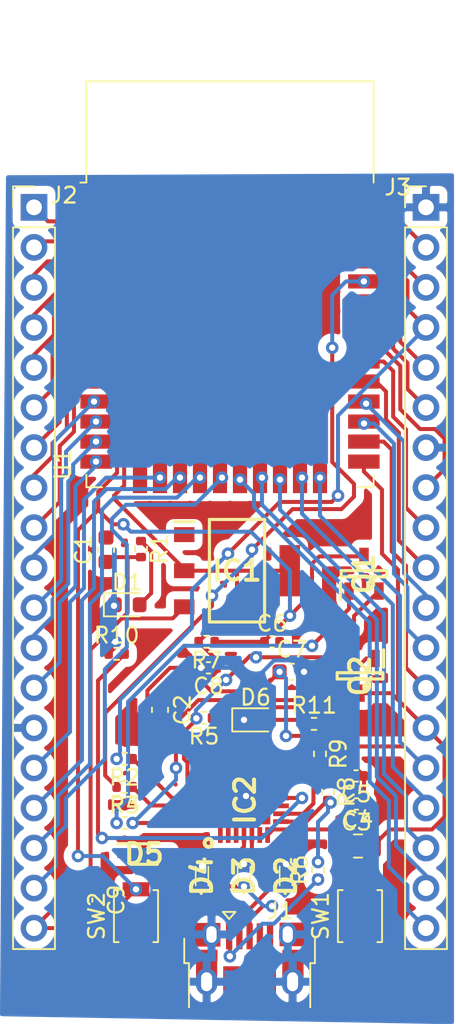
<source format=kicad_pcb>
(kicad_pcb (version 20171130) (host pcbnew "(5.1.10)-1")
  (layers (0 F.Cu signal) (31 B.Cu signal) (34 B.Paste user) (35 F.Paste user) (36 B.SilkS user) (37 F.SilkS user) (38 B.Mask user) (39 F.Mask user) (44 Edge.Cuts user))
  (net 0 "")
  (net 1 GND)
  (net 2 +5V)
  (net 3 /VDD33)
  (net 4 /IO0)
  (net 5 /EN)
  (net 6 "Net-(D1-Pad2)")
  (net 7 /USB_DN)
  (net 8 /USB_DP)
  (net 9 /VBUS)
  (net 10 /DCD)
  (net 11 /RI)
  (net 12 "Net-(IC2-Pad8)")
  (net 13 "Net-(IC2-Pad9)")
  (net 14 "Net-(IC2-Pad10)")
  (net 15 "Net-(IC2-Pad11)")
  (net 16 "Net-(IC2-Pad12)")
  (net 17 "Net-(IC2-Pad13)")
  (net 18 "Net-(IC2-Pad14)")
  (net 19 "Net-(IC2-Pad15)")
  (net 20 "Net-(IC2-Pad16)")
  (net 21 "Net-(IC2-Pad17)")
  (net 22 "Net-(IC2-Pad18)")
  (net 23 "Net-(IC2-Pad19)")
  (net 24 "Net-(IC2-Pad20)")
  (net 25 "Net-(IC2-Pad21)")
  (net 26 "Net-(IC2-Pad22)")
  (net 27 /CTS)
  (net 28 /RTS)
  (net 29 /RXD)
  (net 30 /TXD)
  (net 31 /DSR)
  (net 32 /DTR)
  (net 33 "Net-(J1-Pad4)")
  (net 34 /CMD)
  (net 35 /SD3)
  (net 36 /SD2)
  (net 37 /IO13)
  (net 38 /IO12)
  (net 39 /IO14)
  (net 40 /IO27)
  (net 41 /IO26)
  (net 42 /IO25)
  (net 43 /IO33)
  (net 44 /IO32)
  (net 45 /IO35)
  (net 46 /IO34)
  (net 47 /SENSOR_VN)
  (net 48 /SENSOR_VP)
  (net 49 /IO23)
  (net 50 /IO22)
  (net 51 /TXD0)
  (net 52 /RXD0)
  (net 53 /IO21)
  (net 54 /IO19)
  (net 55 /IO18)
  (net 56 /IO5)
  (net 57 /IO17)
  (net 58 /IO16)
  (net 59 /IO4)
  (net 60 /IO2)
  (net 61 /IO15)
  (net 62 /SD1)
  (net 63 /SD0)
  (net 64 /CLK)
  (net 65 "Net-(Q1-Pad1)")
  (net 66 "Net-(Q2-Pad1)")
  (net 67 "Net-(U1-Pad32)")
  (net 68 "Net-(D6-Pad2)")
  (module Connector_PinHeader_2.54mm:PinHeader_1x19_P2.54mm_Vertical (layer F.Cu) (at 104.267 28.575)
    (fp_text reference J2 (at 1.905 -0.762) (layer F.SilkS))
    (fp_text value Conn_01x19_Male)
    (pad 1 thru_hole rect (at 0 0) (size 1.7 1.7) (drill 1) (layers *.Cu *.Mask) (net 3 /VDD33))
    (pad 2 thru_hole oval (at 0 2.54) (size 1.7 1.7) (drill 1) (layers *.Cu *.Mask) (net 5 /EN))
    (pad 3 thru_hole oval (at 0 5.08) (size 1.7 1.7) (drill 1) (layers *.Cu *.Mask) (net 48 /SENSOR_VP))
    (pad 4 thru_hole oval (at 0 7.62) (size 1.7 1.7) (drill 1) (layers *.Cu *.Mask) (net 47 /SENSOR_VN))
    (pad 5 thru_hole oval (at 0 10.16) (size 1.7 1.7) (drill 1) (layers *.Cu *.Mask) (net 46 /IO34))
    (pad 6 thru_hole oval (at 0 12.7) (size 1.7 1.7) (drill 1) (layers *.Cu *.Mask) (net 45 /IO35))
    (pad 7 thru_hole oval (at 0 15.24) (size 1.7 1.7) (drill 1) (layers *.Cu *.Mask) (net 44 /IO32))
    (pad 8 thru_hole oval (at 0 17.78) (size 1.7 1.7) (drill 1) (layers *.Cu *.Mask) (net 43 /IO33))
    (pad 9 thru_hole oval (at 0 20.32) (size 1.7 1.7) (drill 1) (layers *.Cu *.Mask) (net 42 /IO25))
    (pad 10 thru_hole oval (at 0 22.86) (size 1.7 1.7) (drill 1) (layers *.Cu *.Mask) (net 41 /IO26))
    (pad 11 thru_hole oval (at 0 25.4) (size 1.7 1.7) (drill 1) (layers *.Cu *.Mask) (net 40 /IO27))
    (pad 12 thru_hole oval (at 0 27.94) (size 1.7 1.7) (drill 1) (layers *.Cu *.Mask) (net 39 /IO14))
    (pad 13 thru_hole oval (at 0 30.48) (size 1.7 1.7) (drill 1) (layers *.Cu *.Mask) (net 38 /IO12))
    (pad 14 thru_hole oval (at 0 33.02) (size 1.7 1.7) (drill 1) (layers *.Cu *.Mask) (net 1 GND))
    (pad 15 thru_hole oval (at 0 35.56) (size 1.7 1.7) (drill 1) (layers *.Cu *.Mask) (net 37 /IO13))
    (pad 16 thru_hole oval (at 0 38.1) (size 1.7 1.7) (drill 1) (layers *.Cu *.Mask) (net 36 /SD2))
    (pad 17 thru_hole oval (at 0 40.64) (size 1.7 1.7) (drill 1) (layers *.Cu *.Mask) (net 35 /SD3))
    (pad 18 thru_hole oval (at 0 43.18) (size 1.7 1.7) (drill 1) (layers *.Cu *.Mask) (net 34 /CMD))
    (pad 19 thru_hole oval (at 0 45.72) (size 1.7 1.7) (drill 1) (layers *.Cu *.Mask) (net 2 +5V))
  )
  (module Capacitor_SMD:C_0805_2012Metric (layer F.Cu) (at 124.841 69.088)
    (fp_text reference C4 (at 0 -1.68) (layer F.SilkS))
    (fp_text value "0.1uF/50V(10%)(NC)")
    (pad 2 smd roundrect (at 0.95 0) (size 1 1.45) (layers F.Cu F.Paste F.Mask) (net 4 /IO0))
    (pad 1 smd roundrect (at -0.95 0) (size 1 1.45) (layers F.Cu F.Paste F.Mask) (net 1 GND))
  )
  (module LESD5D5.0CT1G:LESD5D50CT1G (layer F.Cu) (at 120.269 70.993 90)
    (fp_text reference D2 (at 0 0 90) (layer F.SilkS) (effects (font (size 1.27 1.27) (thickness 0.254))))
    (fp_text value LESD5D5.0CT1G hide)
    (pad 1 smd rect (at -0.66 0 180) (size 0.4 0.48) (layers F.Cu F.Paste F.Mask) (net 7 /USB_DN))
    (pad 2 smd rect (at 0.66 0 180) (size 0.4 0.48) (layers F.Cu F.Paste F.Mask) (net 1 GND))
  )
  (module LESD5D5.0CT1G:LESD5D50CT1G (layer F.Cu) (at 117.602 70.993 90)
    (fp_text reference D3 (at 0 0 90) (layer F.SilkS) (effects (font (size 1.27 1.27) (thickness 0.254))))
    (fp_text value LESD5D5.0CT1G hide)
    (pad 1 smd rect (at -0.66 0 180) (size 0.4 0.48) (layers F.Cu F.Paste F.Mask) (net 8 /USB_DP))
    (pad 2 smd rect (at 0.66 0 180) (size 0.4 0.48) (layers F.Cu F.Paste F.Mask) (net 1 GND))
  )
  (module LESD5D5.0CT1G:LESD5D50CT1G (layer F.Cu) (at 114.935 70.993 90)
    (fp_text reference D4 (at 0 0 90) (layer F.SilkS) (effects (font (size 1.27 1.27) (thickness 0.254))))
    (fp_text value LESD5D5.0CT1G hide)
    (pad 2 smd rect (at 0.66 0 180) (size 0.4 0.48) (layers F.Cu F.Paste F.Mask) (net 1 GND))
    (pad 1 smd rect (at -0.66 0 180) (size 0.4 0.48) (layers F.Cu F.Paste F.Mask) (net 9 /VBUS))
  )
  (module BAT760-7:SOD2513X120N (layer F.Cu) (at 111.252 69.596)
    (fp_text reference D5 (at 0 0) (layer F.SilkS) (effects (font (size 1.27 1.27) (thickness 0.254))))
    (fp_text value BAT760-7 hide)
    (pad 1 smd rect (at -1.162 0 90) (size 0.5 1.075) (layers F.Cu F.Paste F.Mask) (net 2 +5V))
    (pad 2 smd rect (at 1.162 0 90) (size 0.5 1.075) (layers F.Cu F.Paste F.Mask) (net 9 /VBUS))
  )
  (module AMS1117-3.3:SOT229P700X180-4N (layer F.Cu) (at 117.1575 51.6255)
    (fp_text reference IC1 (at 0 0) (layer F.SilkS) (effects (font (size 1.27 1.27) (thickness 0.254))))
    (fp_text value AMS1117-3.3 hide)
    (pad 1 smd rect (at -3.35 -2.29 90) (size 0.95 1.3) (layers F.Cu F.Paste F.Mask) (net 1 GND))
    (pad 2 smd rect (at -3.35 0 90) (size 0.95 1.3) (layers F.Cu F.Paste F.Mask) (net 3 /VDD33))
    (pad 3 smd rect (at -3.35 2.29 90) (size 0.95 1.3) (layers F.Cu F.Paste F.Mask) (net 2 +5V))
    (pad 4 smd rect (at 3.35 0) (size 1.3 3.25) (layers F.Cu F.Paste F.Mask) (net 3 /VDD33))
  )
  (module CP2102N-A01-GQFN28:QFN50P500X500X80-29N-D (layer F.Cu) (at 117.602 66.04 90)
    (fp_text reference IC2 (at -0.127 0.0635 90) (layer F.SilkS) (effects (font (size 1.27 1.27) (thickness 0.254))))
    (fp_text value CP2102N-A01-GQFN28 hide)
    (pad 1 smd rect (at -2.35 -1.5 180) (size 0.3 1) (layers F.Cu F.Paste F.Mask) (net 10 /DCD))
    (pad 2 smd rect (at -2.35 -1 180) (size 0.3 1) (layers F.Cu F.Paste F.Mask) (net 11 /RI))
    (pad 3 smd rect (at -2.35 -0.5 180) (size 0.3 1) (layers F.Cu F.Paste F.Mask) (net 1 GND))
    (pad 4 smd rect (at -2.35 0 180) (size 0.3 1) (layers F.Cu F.Paste F.Mask) (net 8 /USB_DP))
    (pad 5 smd rect (at -2.35 0.5 180) (size 0.3 1) (layers F.Cu F.Paste F.Mask) (net 7 /USB_DN))
    (pad 6 smd rect (at -2.35 1 180) (size 0.3 1) (layers F.Cu F.Paste F.Mask) (net 3 /VDD33))
    (pad 7 smd rect (at -2.35 1.5 180) (size 0.3 1) (layers F.Cu F.Paste F.Mask) (net 3 /VDD33))
    (pad 8 smd rect (at -1.5 2.35 90) (size 0.3 1) (layers F.Cu F.Paste F.Mask) (net 12 "Net-(IC2-Pad8)"))
    (pad 9 smd rect (at -1 2.35 90) (size 0.3 1) (layers F.Cu F.Paste F.Mask) (net 13 "Net-(IC2-Pad9)"))
    (pad 10 smd rect (at -0.5 2.35 90) (size 0.3 1) (layers F.Cu F.Paste F.Mask) (net 14 "Net-(IC2-Pad10)"))
    (pad 11 smd rect (at 0 2.35 90) (size 0.3 1) (layers F.Cu F.Paste F.Mask) (net 15 "Net-(IC2-Pad11)"))
    (pad 12 smd rect (at 0.5 2.35 90) (size 0.3 1) (layers F.Cu F.Paste F.Mask) (net 16 "Net-(IC2-Pad12)"))
    (pad 13 smd rect (at 1 2.35 90) (size 0.3 1) (layers F.Cu F.Paste F.Mask) (net 17 "Net-(IC2-Pad13)"))
    (pad 14 smd rect (at 1.5 2.35 90) (size 0.3 1) (layers F.Cu F.Paste F.Mask) (net 18 "Net-(IC2-Pad14)"))
    (pad 15 smd rect (at 2.35 1.5 180) (size 0.3 1) (layers F.Cu F.Paste F.Mask) (net 19 "Net-(IC2-Pad15)"))
    (pad 16 smd rect (at 2.35 1 180) (size 0.3 1) (layers F.Cu F.Paste F.Mask) (net 20 "Net-(IC2-Pad16)"))
    (pad 17 smd rect (at 2.35 0.5 180) (size 0.3 1) (layers F.Cu F.Paste F.Mask) (net 21 "Net-(IC2-Pad17)"))
    (pad 18 smd rect (at 2.35 0 180) (size 0.3 1) (layers F.Cu F.Paste F.Mask) (net 22 "Net-(IC2-Pad18)"))
    (pad 19 smd rect (at 2.35 -0.5 180) (size 0.3 1) (layers F.Cu F.Paste F.Mask) (net 23 "Net-(IC2-Pad19)"))
    (pad 20 smd rect (at 2.35 -1 180) (size 0.3 1) (layers F.Cu F.Paste F.Mask) (net 24 "Net-(IC2-Pad20)"))
    (pad 21 smd rect (at 2.35 -1.5 180) (size 0.3 1) (layers F.Cu F.Paste F.Mask) (net 25 "Net-(IC2-Pad21)"))
    (pad 22 smd rect (at 1.5 -2.35 90) (size 0.3 1) (layers F.Cu F.Paste F.Mask) (net 26 "Net-(IC2-Pad22)"))
    (pad 23 smd rect (at 1 -2.35 90) (size 0.3 1) (layers F.Cu F.Paste F.Mask) (net 27 /CTS))
    (pad 24 smd rect (at 0.5 -2.35 90) (size 0.3 1) (layers F.Cu F.Paste F.Mask) (net 28 /RTS))
    (pad 25 smd rect (at 0 -2.35 90) (size 0.3 1) (layers F.Cu F.Paste F.Mask) (net 29 /RXD))
    (pad 26 smd rect (at -0.5 -2.35 90) (size 0.3 1) (layers F.Cu F.Paste F.Mask) (net 30 /TXD))
    (pad 27 smd rect (at -1 -2.35 90) (size 0.3 1) (layers F.Cu F.Paste F.Mask) (net 31 /DSR))
    (pad 28 smd rect (at -1.5 -2.35 90) (size 0.3 1) (layers F.Cu F.Paste F.Mask) (net 32 /DTR))
    (pad 29 smd rect (at 0 0 90) (size 3.35 3.35) (layers F.Cu F.Paste F.Mask) (net 1 GND))
  )
  (module Connector_USB:USB_Micro-B_Amphenol_10103594-0001LF_Horizontal (layer F.Cu) (at 117.983 76.581)
    (fp_text reference J1 (at 1.925 -3.365) (layer F.SilkS))
    (fp_text value USB_B_Micro)
    (pad 6 smd rect (at 2.725 0.185) (size 1.35 2) (layers F.Cu F.Paste F.Mask) (net 1 GND))
    (pad 6 smd rect (at -2.755 0.185) (size 1.35 2) (layers F.Cu F.Paste F.Mask) (net 1 GND))
    (pad 6 smd rect (at -2.975 -0.565) (size 1.825 0.7) (layers F.Cu F.Paste F.Mask) (net 1 GND))
    (pad 6 smd rect (at 2.975 -0.565) (size 1.825 0.7) (layers F.Cu F.Paste F.Mask) (net 1 GND))
    (pad 6 smd rect (at -2.875 -1.865) (size 2 1.5) (layers F.Cu F.Paste F.Mask) (net 1 GND))
    (pad 6 smd rect (at 2.875 -1.885) (size 2 1.5) (layers F.Cu F.Paste F.Mask) (net 1 GND))
    (pad 1 smd rect (at -1.325 -1.765 90) (size 1.65 0.4) (layers F.Cu F.Paste F.Mask) (net 9 /VBUS))
    (pad 2 smd rect (at -0.675 -1.765 90) (size 1.65 0.4) (layers F.Cu F.Paste F.Mask) (net 7 /USB_DN))
    (pad 3 smd rect (at -0.025 -1.765 90) (size 1.65 0.4) (layers F.Cu F.Paste F.Mask) (net 8 /USB_DP))
    (pad 4 smd rect (at 0.625 -1.765 90) (size 1.65 0.4) (layers F.Cu F.Paste F.Mask) (net 33 "Net-(J1-Pad4)"))
    (pad 5 smd rect (at 1.275 -1.765 90) (size 1.65 0.4) (layers F.Cu F.Paste F.Mask) (net 1 GND))
    (pad 6 thru_hole oval (at -2.445 -1.885 90) (size 1.5 1.1) (drill oval 1.05 0.65) (layers *.Cu *.Mask) (net 1 GND))
    (pad 6 thru_hole oval (at 2.395 -1.885 90) (size 1.5 1.1) (drill oval 1.05 0.65) (layers *.Cu *.Mask) (net 1 GND))
    (pad 6 thru_hole oval (at -2.755 1.115 90) (size 1.7 1.35) (drill oval 1.2 0.7) (layers *.Cu *.Mask) (net 1 GND))
    (pad 6 thru_hole oval (at 2.705 1.115 90) (size 1.7 1.35) (drill oval 1.2 0.7) (layers *.Cu *.Mask) (net 1 GND))
    (pad 6 smd rect (at -0.985 1.385 90) (size 2.5 1.43) (layers F.Cu F.Paste F.Mask) (net 1 GND))
    (pad 6 smd rect (at 0.935 1.385 90) (size 2.5 1.43) (layers F.Cu F.Paste F.Mask) (net 1 GND))
  )
  (module Connector_PinHeader_2.54mm:PinHeader_1x19_P2.54mm_Vertical (layer F.Cu) (at 129.159 28.575)
    (fp_text reference J3 (at -1.778 -1.27) (layer F.SilkS))
    (fp_text value Conn_01x19_Male)
    (pad 19 thru_hole oval (at 0 45.72) (size 1.7 1.7) (drill 1) (layers *.Cu *.Mask) (net 64 /CLK))
    (pad 18 thru_hole oval (at 0 43.18) (size 1.7 1.7) (drill 1) (layers *.Cu *.Mask) (net 63 /SD0))
    (pad 17 thru_hole oval (at 0 40.64) (size 1.7 1.7) (drill 1) (layers *.Cu *.Mask) (net 62 /SD1))
    (pad 16 thru_hole oval (at 0 38.1) (size 1.7 1.7) (drill 1) (layers *.Cu *.Mask) (net 61 /IO15))
    (pad 15 thru_hole oval (at 0 35.56) (size 1.7 1.7) (drill 1) (layers *.Cu *.Mask) (net 60 /IO2))
    (pad 14 thru_hole oval (at 0 33.02) (size 1.7 1.7) (drill 1) (layers *.Cu *.Mask) (net 4 /IO0))
    (pad 13 thru_hole oval (at 0 30.48) (size 1.7 1.7) (drill 1) (layers *.Cu *.Mask) (net 59 /IO4))
    (pad 12 thru_hole oval (at 0 27.94) (size 1.7 1.7) (drill 1) (layers *.Cu *.Mask) (net 58 /IO16))
    (pad 11 thru_hole oval (at 0 25.4) (size 1.7 1.7) (drill 1) (layers *.Cu *.Mask) (net 57 /IO17))
    (pad 10 thru_hole oval (at 0 22.86) (size 1.7 1.7) (drill 1) (layers *.Cu *.Mask) (net 56 /IO5))
    (pad 9 thru_hole oval (at 0 20.32) (size 1.7 1.7) (drill 1) (layers *.Cu *.Mask) (net 55 /IO18))
    (pad 8 thru_hole oval (at 0 17.78) (size 1.7 1.7) (drill 1) (layers *.Cu *.Mask) (net 54 /IO19))
    (pad 7 thru_hole oval (at 0 15.24) (size 1.7 1.7) (drill 1) (layers *.Cu *.Mask) (net 1 GND))
    (pad 6 thru_hole oval (at 0 12.7) (size 1.7 1.7) (drill 1) (layers *.Cu *.Mask) (net 53 /IO21))
    (pad 5 thru_hole oval (at 0 10.16) (size 1.7 1.7) (drill 1) (layers *.Cu *.Mask) (net 52 /RXD0))
    (pad 4 thru_hole oval (at 0 7.62) (size 1.7 1.7) (drill 1) (layers *.Cu *.Mask) (net 51 /TXD0))
    (pad 3 thru_hole oval (at 0 5.08) (size 1.7 1.7) (drill 1) (layers *.Cu *.Mask) (net 50 /IO22))
    (pad 2 thru_hole oval (at 0 2.54) (size 1.7 1.7) (drill 1) (layers *.Cu *.Mask) (net 49 /IO23))
    (pad 1 thru_hole rect (at 0 0) (size 1.7 1.7) (drill 1) (layers *.Cu *.Mask) (net 1 GND))
  )
  (module SS8050-G:SOT95P240X115-3N (layer F.Cu) (at 125.222 51.816 90)
    (fp_text reference Q1 (at 0 0 90) (layer F.SilkS) (effects (font (size 1.27 1.27) (thickness 0.254))))
    (fp_text value SS8050-G hide)
    (pad 1 smd rect (at -1.1 -0.95 180) (size 0.6 1.1) (layers F.Cu F.Paste F.Mask) (net 65 "Net-(Q1-Pad1)"))
    (pad 2 smd rect (at -1.1 0.95 180) (size 0.6 1.1) (layers F.Cu F.Paste F.Mask) (net 28 /RTS))
    (pad 3 smd rect (at 1.1 0 180) (size 0.6 1.1) (layers F.Cu F.Paste F.Mask) (net 5 /EN))
  )
  (module SS8050-G:SOT95P240X115-3N (layer F.Cu) (at 124.968 58.293 270)
    (fp_text reference Q2 (at 0 0 90) (layer F.SilkS) (effects (font (size 1.27 1.27) (thickness 0.254))))
    (fp_text value SS8050-G hide)
    (pad 3 smd rect (at 1.1 0) (size 0.6 1.1) (layers F.Cu F.Paste F.Mask) (net 4 /IO0))
    (pad 2 smd rect (at -1.1 0.95) (size 0.6 1.1) (layers F.Cu F.Paste F.Mask) (net 32 /DTR))
    (pad 1 smd rect (at -1.1 -0.95) (size 0.6 1.1) (layers F.Cu F.Paste F.Mask) (net 66 "Net-(Q2-Pad1)"))
  )
  (module Button_Switch_SMD:SW_SPST_B3U-1000P (layer F.Cu) (at 124.968 73.533 90)
    (fp_text reference SW1 (at 0 -2.5 90) (layer F.SilkS))
    (fp_text value SW_Push)
    (pad 2 smd rect (at 1.7 0 90) (size 0.9 1.7) (layers F.Cu F.Paste F.Mask) (net 4 /IO0))
    (pad 1 smd rect (at -1.7 0 90) (size 0.9 1.7) (layers F.Cu F.Paste F.Mask) (net 1 GND))
  )
  (module Button_Switch_SMD:SW_SPST_B3U-1000P (layer F.Cu) (at 110.744 73.533 90)
    (fp_text reference SW2 (at 0 -2.5 90) (layer F.SilkS))
    (fp_text value SW_Push)
    (pad 1 smd rect (at -1.7 0 90) (size 0.9 1.7) (layers F.Cu F.Paste F.Mask) (net 1 GND))
    (pad 2 smd rect (at 1.7 0 90) (size 0.9 1.7) (layers F.Cu F.Paste F.Mask) (net 5 /EN))
  )
  (module RF_Module:ESP32-WROOM-32 (layer F.Cu) (at 116.713 36.449)
    (fp_text reference U1 (at -10.61 8.43 90) (layer F.SilkS))
    (fp_text value ESP32-WROOM-32)
    (pad 39 smd rect (at -1 -0.755) (size 5 5) (layers F.Cu F.Paste F.Mask) (net 1 GND))
    (pad 1 smd rect (at -8.5 -8.255) (size 2 0.9) (layers F.Cu F.Paste F.Mask) (net 1 GND))
    (pad 2 smd rect (at -8.5 -6.985) (size 2 0.9) (layers F.Cu F.Paste F.Mask) (net 3 /VDD33))
    (pad 3 smd rect (at -8.5 -5.715) (size 2 0.9) (layers F.Cu F.Paste F.Mask) (net 5 /EN))
    (pad 4 smd rect (at -8.5 -4.445) (size 2 0.9) (layers F.Cu F.Paste F.Mask) (net 48 /SENSOR_VP))
    (pad 5 smd rect (at -8.5 -3.175) (size 2 0.9) (layers F.Cu F.Paste F.Mask) (net 47 /SENSOR_VN))
    (pad 6 smd rect (at -8.5 -1.905) (size 2 0.9) (layers F.Cu F.Paste F.Mask) (net 46 /IO34))
    (pad 7 smd rect (at -8.5 -0.635) (size 2 0.9) (layers F.Cu F.Paste F.Mask) (net 45 /IO35))
    (pad 8 smd rect (at -8.5 0.635) (size 2 0.9) (layers F.Cu F.Paste F.Mask) (net 44 /IO32))
    (pad 9 smd rect (at -8.5 1.905) (size 2 0.9) (layers F.Cu F.Paste F.Mask) (net 43 /IO33))
    (pad 10 smd rect (at -8.5 3.175) (size 2 0.9) (layers F.Cu F.Paste F.Mask) (net 42 /IO25))
    (pad 11 smd rect (at -8.5 4.445) (size 2 0.9) (layers F.Cu F.Paste F.Mask) (net 41 /IO26))
    (pad 12 smd rect (at -8.5 5.715) (size 2 0.9) (layers F.Cu F.Paste F.Mask) (net 40 /IO27))
    (pad 13 smd rect (at -8.5 6.985) (size 2 0.9) (layers F.Cu F.Paste F.Mask) (net 39 /IO14))
    (pad 14 smd rect (at -8.5 8.255) (size 2 0.9) (layers F.Cu F.Paste F.Mask) (net 38 /IO12))
    (pad 15 smd rect (at -5.715 9.255 90) (size 2 0.9) (layers F.Cu F.Paste F.Mask) (net 1 GND))
    (pad 16 smd rect (at -4.445 9.255 90) (size 2 0.9) (layers F.Cu F.Paste F.Mask) (net 37 /IO13))
    (pad 17 smd rect (at -3.175 9.255 90) (size 2 0.9) (layers F.Cu F.Paste F.Mask) (net 36 /SD2))
    (pad 18 smd rect (at -1.905 9.255 90) (size 2 0.9) (layers F.Cu F.Paste F.Mask) (net 35 /SD3))
    (pad 19 smd rect (at -0.635 9.255 90) (size 2 0.9) (layers F.Cu F.Paste F.Mask) (net 34 /CMD))
    (pad 20 smd rect (at 0.635 9.255 90) (size 2 0.9) (layers F.Cu F.Paste F.Mask) (net 64 /CLK))
    (pad 21 smd rect (at 1.905 9.255 90) (size 2 0.9) (layers F.Cu F.Paste F.Mask) (net 63 /SD0))
    (pad 22 smd rect (at 3.175 9.255 90) (size 2 0.9) (layers F.Cu F.Paste F.Mask) (net 62 /SD1))
    (pad 23 smd rect (at 4.445 9.255 90) (size 2 0.9) (layers F.Cu F.Paste F.Mask) (net 61 /IO15))
    (pad 24 smd rect (at 5.715 9.255 90) (size 2 0.9) (layers F.Cu F.Paste F.Mask) (net 60 /IO2))
    (pad 25 smd rect (at 8.5 8.255) (size 2 0.9) (layers F.Cu F.Paste F.Mask) (net 4 /IO0))
    (pad 26 smd rect (at 8.5 6.985) (size 2 0.9) (layers F.Cu F.Paste F.Mask) (net 59 /IO4))
    (pad 27 smd rect (at 8.5 5.715) (size 2 0.9) (layers F.Cu F.Paste F.Mask) (net 58 /IO16))
    (pad 28 smd rect (at 8.5 4.445) (size 2 0.9) (layers F.Cu F.Paste F.Mask) (net 57 /IO17))
    (pad 29 smd rect (at 8.5 3.175) (size 2 0.9) (layers F.Cu F.Paste F.Mask) (net 56 /IO5))
    (pad 30 smd rect (at 8.5 1.905) (size 2 0.9) (layers F.Cu F.Paste F.Mask) (net 55 /IO18))
    (pad 31 smd rect (at 8.5 0.635) (size 2 0.9) (layers F.Cu F.Paste F.Mask) (net 54 /IO19))
    (pad 32 smd rect (at 8.5 -0.635) (size 2 0.9) (layers F.Cu F.Paste F.Mask) (net 67 "Net-(U1-Pad32)"))
    (pad 33 smd rect (at 8.5 -1.905) (size 2 0.9) (layers F.Cu F.Paste F.Mask) (net 53 /IO21))
    (pad 34 smd rect (at 8.5 -3.175) (size 2 0.9) (layers F.Cu F.Paste F.Mask) (net 52 /RXD0))
    (pad 35 smd rect (at 8.5 -4.445) (size 2 0.9) (layers F.Cu F.Paste F.Mask) (net 51 /TXD0))
    (pad 36 smd rect (at 8.5 -5.715) (size 2 0.9) (layers F.Cu F.Paste F.Mask) (net 50 /IO22))
    (pad 37 smd rect (at 8.5 -6.985) (size 2 0.9) (layers F.Cu F.Paste F.Mask) (net 49 /IO23))
    (pad 38 smd rect (at 8.5 -8.255) (size 2 0.9) (layers F.Cu F.Paste F.Mask) (net 1 GND))
  )
  (module Capacitor_SMD:C_0603_1608Metric (layer F.Cu) (at 108.839 50.2945 90)
    (fp_text reference C1 (at 0 -1.43 90) (layer F.SilkS))
    (fp_text value "22uF/10V(20%)")
    (pad 2 smd roundrect (at 0.775 0 90) (size 0.9 0.95) (layers F.Cu F.Paste F.Mask) (net 1 GND))
    (pad 1 smd roundrect (at -0.775 0 90) (size 0.9 0.95) (layers F.Cu F.Paste F.Mask) (net 2 +5V))
  )
  (module Capacitor_SMD:C_0603_1608Metric (layer F.Cu) (at 112.268 60.452 270)
    (fp_text reference C2 (at 0 -1.43 90) (layer F.SilkS))
    (fp_text value "22uF/10V(20%)")
    (pad 1 smd roundrect (at -0.775 0 270) (size 0.9 0.95) (layers F.Cu F.Paste F.Mask) (net 3 /VDD33))
    (pad 2 smd roundrect (at 0.775 0 270) (size 0.9 0.95) (layers F.Cu F.Paste F.Mask) (net 1 GND))
  )
  (module Capacitor_SMD:C_0402_1005Metric (layer F.Cu) (at 124.742 66.421 180)
    (fp_text reference C3 (at 0 -1.16) (layer F.SilkS))
    (fp_text value "4.7uF/6.3V(10%)")
    (pad 2 smd roundrect (at 0.48 0 180) (size 0.56 0.62) (layers F.Cu F.Paste F.Mask) (net 1 GND))
    (pad 1 smd roundrect (at -0.48 0 180) (size 0.56 0.62) (layers F.Cu F.Paste F.Mask) (net 3 /VDD33))
  )
  (module Capacitor_SMD:C_0402_1005Metric (layer F.Cu) (at 124.714 64.643 180)
    (fp_text reference C5 (at 0 -1.16) (layer F.SilkS))
    (fp_text value "0.1uF/50V(10%)")
    (pad 1 smd roundrect (at -0.48 0 180) (size 0.56 0.62) (layers F.Cu F.Paste F.Mask) (net 3 /VDD33))
    (pad 2 smd roundrect (at 0.48 0 180) (size 0.56 0.62) (layers F.Cu F.Paste F.Mask) (net 1 GND))
  )
  (module Capacitor_SMD:C_0402_1005Metric (layer F.Cu) (at 119.3825 56.134)
    (fp_text reference C6 (at 0 -1.16) (layer F.SilkS))
    (fp_text value "0.1uF/50V(10%)")
    (pad 1 smd roundrect (at -0.48 0) (size 0.56 0.62) (layers F.Cu F.Paste F.Mask) (net 5 /EN))
    (pad 2 smd roundrect (at 0.48 0) (size 0.56 0.62) (layers F.Cu F.Paste F.Mask) (net 1 GND))
  )
  (module Capacitor_SMD:C_0603_1608Metric (layer F.Cu) (at 120.637 58.039)
    (fp_text reference C7 (at 0 -1.43) (layer F.SilkS))
    (fp_text value "22uF/10V(20%)")
    (pad 1 smd roundrect (at -0.775 0) (size 0.9 0.95) (layers F.Cu F.Paste F.Mask) (net 3 /VDD33))
    (pad 2 smd roundrect (at 0.775 0) (size 0.9 0.95) (layers F.Cu F.Paste F.Mask) (net 1 GND))
  )
  (module Capacitor_SMD:C_0402_1005Metric (layer F.Cu) (at 115.344 57.785 180)
    (fp_text reference C8 (at 0 -1.16) (layer F.SilkS))
    (fp_text value "0.1uF/50V(10%)")
    (pad 1 smd roundrect (at -0.48 0 180) (size 0.56 0.62) (layers F.Cu F.Paste F.Mask) (net 3 /VDD33))
    (pad 2 smd roundrect (at 0.48 0 180) (size 0.56 0.62) (layers F.Cu F.Paste F.Mask) (net 1 GND))
  )
  (module Capacitor_SMD:C_0402_1005Metric (layer F.Cu) (at 108.331 72.517 270)
    (fp_text reference C9 (at 0 -1.16 90) (layer F.SilkS))
    (fp_text value "0.1uF/50V(10%)(NC)")
    (pad 2 smd roundrect (at 0.48 0 270) (size 0.56 0.62) (layers F.Cu F.Paste F.Mask) (net 5 /EN))
    (pad 1 smd roundrect (at -0.48 0 270) (size 0.56 0.62) (layers F.Cu F.Paste F.Mask) (net 1 GND))
  )
  (module LED_SMD:LED_0603_1608Metric (layer F.Cu) (at 110.1875 53.7845)
    (fp_text reference D1 (at 0 -1.43) (layer F.SilkS))
    (fp_text value LED)
    (pad 1 smd roundrect (at -0.7875 0) (size 0.875 0.95) (layers F.Cu F.Paste F.Mask) (net 1 GND))
    (pad 2 smd roundrect (at 0.7875 0) (size 0.875 0.95) (layers F.Cu F.Paste F.Mask) (net 6 "Net-(D1-Pad2)"))
  )
  (module LED_SMD:LED_0603_1608Metric (layer F.Cu) (at 118.3385 61.087)
    (fp_text reference D6 (at 0 -1.43) (layer F.SilkS))
    (fp_text value LED)
    (pad 2 smd roundrect (at 0.7875 0) (size 0.875 0.95) (layers F.Cu F.Paste F.Mask) (net 68 "Net-(D6-Pad2)"))
    (pad 1 smd roundrect (at -0.7875 0) (size 0.875 0.95) (layers F.Cu F.Paste F.Mask) (net 1 GND))
  )
  (module Resistor_SMD:R_0402_1005Metric (layer F.Cu) (at 111.0615 50.252 270)
    (fp_text reference R1 (at 0 -1.17 90) (layer F.SilkS))
    (fp_text value "2k(5%)")
    (pad 2 smd roundrect (at 0.51 0 270) (size 0.54 0.64) (layers F.Cu F.Paste F.Mask) (net 2 +5V))
    (pad 1 smd roundrect (at -0.51 0 270) (size 0.54 0.64) (layers F.Cu F.Paste F.Mask) (net 6 "Net-(D1-Pad2)"))
  )
  (module Resistor_SMD:R_0402_1005Metric (layer F.Cu) (at 110.022 63.5635 180)
    (fp_text reference R2 (at 0 -1.17) (layer F.SilkS))
    (fp_text value "0R(5%)")
    (pad 2 smd roundrect (at 0.51 0 180) (size 0.54 0.64) (layers F.Cu F.Paste F.Mask) (net 51 /TXD0))
    (pad 1 smd roundrect (at -0.51 0 180) (size 0.54 0.64) (layers F.Cu F.Paste F.Mask) (net 29 /RXD))
  )
  (module Resistor_SMD:R_0402_1005Metric (layer F.Cu) (at 110.022 65.3415 180)
    (fp_text reference R3 (at 0 -1.17) (layer F.SilkS))
    (fp_text value "0R(5%)")
    (pad 1 smd roundrect (at -0.51 0 180) (size 0.54 0.64) (layers F.Cu F.Paste F.Mask) (net 30 /TXD))
    (pad 2 smd roundrect (at 0.51 0 180) (size 0.54 0.64) (layers F.Cu F.Paste F.Mask) (net 52 /RXD0))
  )
  (module Resistor_SMD:R_0402_1005Metric (layer F.Cu) (at 110.022 67.6275)
    (fp_text reference R4 (at 0 -1.17) (layer F.SilkS))
    (fp_text value "10k(5%)")
    (pad 2 smd roundrect (at 0.51 0) (size 0.54 0.64) (layers F.Cu F.Paste F.Mask) (net 32 /DTR))
    (pad 1 smd roundrect (at -0.51 0) (size 0.54 0.64) (layers F.Cu F.Paste F.Mask) (net 65 "Net-(Q1-Pad1)"))
  )
  (module Resistor_SMD:R_0402_1005Metric (layer F.Cu) (at 115.06 60.96 180)
    (fp_text reference R5 (at 0 -1.17) (layer F.SilkS))
    (fp_text value "10k(5%)")
    (pad 1 smd roundrect (at -0.51 0 180) (size 0.54 0.64) (layers F.Cu F.Paste F.Mask) (net 66 "Net-(Q2-Pad1)"))
    (pad 2 smd roundrect (at 0.51 0 180) (size 0.54 0.64) (layers F.Cu F.Paste F.Mask) (net 28 /RTS))
  )
  (module Resistor_SMD:R_0402_1005Metric (layer F.Cu) (at 122.301 70.61 90)
    (fp_text reference R6 (at 0 -1.17 90) (layer F.SilkS))
    (fp_text value "22.1K(5%)")
    (pad 2 smd roundrect (at 0.51 0 90) (size 0.54 0.64) (layers F.Cu F.Paste F.Mask) (net 12 "Net-(IC2-Pad8)"))
    (pad 1 smd roundrect (at -0.51 0 90) (size 0.54 0.64) (layers F.Cu F.Paste F.Mask) (net 9 /VBUS))
  )
  (module Resistor_SMD:R_0402_1005Metric (layer F.Cu) (at 115.229 56.134 180)
    (fp_text reference R7 (at 0 -1.17) (layer F.SilkS))
    (fp_text value "10k(5%)(NC)")
    (pad 1 smd roundrect (at -0.51 0 180) (size 0.54 0.64) (layers F.Cu F.Paste F.Mask) (net 5 /EN))
    (pad 2 smd roundrect (at 0.51 0 180) (size 0.54 0.64) (layers F.Cu F.Paste F.Mask) (net 3 /VDD33))
  )
  (module Resistor_SMD:R_0402_1005Metric (layer F.Cu) (at 122.936 65.657 270)
    (fp_text reference R8 (at 0 -1.17 90) (layer F.SilkS))
    (fp_text value "47.5k(5%)")
    (pad 1 smd roundrect (at -0.51 0 270) (size 0.54 0.64) (layers F.Cu F.Paste F.Mask) (net 1 GND))
    (pad 2 smd roundrect (at 0.51 0 270) (size 0.54 0.64) (layers F.Cu F.Paste F.Mask) (net 12 "Net-(IC2-Pad8)"))
  )
  (module Resistor_SMD:R_0402_1005Metric (layer F.Cu) (at 122.428 63.244 270)
    (fp_text reference R9 (at 0 -1.17 90) (layer F.SilkS))
    (fp_text value "2k(5%)")
    (pad 2 smd roundrect (at 0.51 0 270) (size 0.54 0.64) (layers F.Cu F.Paste F.Mask) (net 13 "Net-(IC2-Pad9)"))
    (pad 1 smd roundrect (at -0.51 0 270) (size 0.54 0.64) (layers F.Cu F.Paste F.Mask) (net 3 /VDD33))
  )
  (module Resistor_SMD:R_0402_1005Metric (layer F.Cu) (at 109.514 56.896)
    (fp_text reference R10 (at 0 -1.17) (layer F.SilkS))
    (fp_text value "10k(5%)(NC)")
    (pad 1 smd roundrect (at -0.51 0) (size 0.54 0.64) (layers F.Cu F.Paste F.Mask) (net 1 GND))
    (pad 2 smd roundrect (at 0.51 0) (size 0.54 0.64) (layers F.Cu F.Paste F.Mask) (net 15 "Net-(IC2-Pad11)"))
  )
  (module Resistor_SMD:R_0402_1005Metric (layer F.Cu) (at 122.047 61.341)
    (fp_text reference R11 (at 0 -1.17) (layer F.SilkS))
    (fp_text value "2k(5%)")
    (pad 1 smd roundrect (at -0.51 0) (size 0.54 0.64) (layers F.Cu F.Paste F.Mask) (net 68 "Net-(D6-Pad2)"))
    (pad 2 smd roundrect (at 0.51 0) (size 0.54 0.64) (layers F.Cu F.Paste F.Mask) (net 60 /IO2))
  )
  (via (at 117.602 70.231) (size 0.8) (drill 0.4) (layers F.Cu B.Cu) (net 1))
  (via (at 114.935 70.358) (size 0.8) (drill 0.4) (layers F.Cu B.Cu) (net 1))
  (via (at 120.269 70.231) (size 0.8) (drill 0.4) (layers F.Cu B.Cu) (net 1))
  (via (at 117.729 65.913) (size 0.8) (drill 0.4) (layers F.Cu B.Cu) (net 1))
  (via (at 109.347 53.848) (size 0.8) (drill 0.4) (layers F.Cu B.Cu) (net 1))
  (via (at 117.602 61.087) (size 0.8) (drill 0.4) (layers F.Cu B.Cu) (net 1))
  (segment (start 119.513039 57.311999) (end 120.684999 57.311999) (width 0.254) (layer B.Cu) (net 1))
  (segment (start 117.602 59.223038) (end 119.513039 57.311999) (width 0.254) (layer B.Cu) (net 1))
  (segment (start 117.602 61.087) (end 117.602 59.223038) (width 0.254) (layer B.Cu) (net 1))
  (via (at 121.412 58.039) (size 0.8) (drill 0.4) (layers F.Cu B.Cu) (net 1))
  (segment (start 120.684999 57.311999) (end 121.412 58.039) (width 0.254) (layer B.Cu) (net 1))
  (segment (start 114.864 57.785) (end 114.864 57.841) (width 0.254) (layer F.Cu) (net 1))
  (segment (start 117.551 61.087) (end 117.602 61.087) (width 0.254) (layer F.Cu) (net 1))
  (via (at 114.864 57.785) (size 0.8) (drill 0.4) (layers F.Cu B.Cu) (net 1))
  (segment (start 116.772438 57.785) (end 114.864 57.785) (width 0.254) (layer B.Cu) (net 1))
  (segment (start 117.602 58.614562) (end 116.772438 57.785) (width 0.254) (layer B.Cu) (net 1))
  (segment (start 117.602 61.087) (end 117.602 58.614562) (width 0.254) (layer B.Cu) (net 1))
  (segment (start 111.46599 60.42499) (end 112.268 61.227) (width 0.254) (layer F.Cu) (net 1))
  (segment (start 111.46599 59.223348) (end 111.46599 60.42499) (width 0.254) (layer F.Cu) (net 1))
  (segment (start 112.904338 57.785) (end 111.46599 59.223348) (width 0.254) (layer F.Cu) (net 1))
  (segment (start 114.864 57.785) (end 112.904338 57.785) (width 0.254) (layer F.Cu) (net 1))
  (segment (start 109.004 56.896) (end 109.65101 56.24899) (width 0.254) (layer F.Cu) (net 1))
  (via (at 109.434405 56.133489) (size 0.8) (drill 0.4) (layers F.Cu B.Cu) (net 1))
  (segment (start 109.347 56.046084) (end 109.434405 56.133489) (width 0.254) (layer B.Cu) (net 1))
  (segment (start 109.347 53.848) (end 109.347 56.046084) (width 0.254) (layer B.Cu) (net 1))
  (segment (start 124.262 64.671) (end 124.234 64.643) (width 0.254) (layer F.Cu) (net 1))
  (segment (start 104.267 74.295) (end 104.267 73.860546) (width 0.254) (layer F.Cu) (net 2))
  (segment (start 109.1465 50.762) (end 108.839 51.0695) (width 0.254) (layer F.Cu) (net 2))
  (segment (start 110.167002 74.295) (end 112.268 72.194002) (width 0.25) (layer F.Cu) (net 2))
  (segment (start 104.267 74.295) (end 110.167002 74.295) (width 0.25) (layer F.Cu) (net 2))
  (segment (start 110.392002 69.596) (end 110.09 69.596) (width 0.25) (layer F.Cu) (net 2))
  (segment (start 112.268 71.471998) (end 110.392002 69.596) (width 0.25) (layer F.Cu) (net 2))
  (segment (start 112.268 72.194002) (end 112.268 71.471998) (width 0.25) (layer F.Cu) (net 2))
  (segment (start 109.843392 54.6515) (end 113.0715 54.6515) (width 0.25) (layer F.Cu) (net 2))
  (segment (start 107.859999 70.702001) (end 107.859999 56.634893) (width 0.25) (layer F.Cu) (net 2))
  (segment (start 104.267 74.295) (end 107.859999 70.702001) (width 0.25) (layer F.Cu) (net 2))
  (segment (start 107.859999 56.634893) (end 109.843392 54.6515) (width 0.25) (layer F.Cu) (net 2))
  (segment (start 113.8075 53.9155) (end 113.0715 54.6515) (width 0.25) (layer F.Cu) (net 2))
  (segment (start 110.21249 50.82749) (end 110.147 50.762) (width 0.25) (layer F.Cu) (net 2))
  (segment (start 110.21249 54.282402) (end 110.21249 50.82749) (width 0.25) (layer F.Cu) (net 2))
  (segment (start 110.147 50.762) (end 109.1465 50.762) (width 0.254) (layer F.Cu) (net 2))
  (segment (start 109.843392 54.6515) (end 110.21249 54.282402) (width 0.25) (layer F.Cu) (net 2))
  (segment (start 111.0615 50.762) (end 110.147 50.762) (width 0.254) (layer F.Cu) (net 2))
  (segment (start 105.156 29.464) (end 104.267 28.575) (width 0.254) (layer F.Cu) (net 3))
  (segment (start 108.213 29.464) (end 105.156 29.464) (width 0.254) (layer F.Cu) (net 3))
  (segment (start 112.268 59.677) (end 112.268 59.69) (width 0.254) (layer F.Cu) (net 3))
  (segment (start 115.824 58.070552) (end 115.824 57.785) (width 0.254) (layer F.Cu) (net 3))
  (segment (start 112.268 59.69) (end 114.204552 59.69) (width 0.254) (layer F.Cu) (net 3))
  (segment (start 116.0145 57.9755) (end 115.824 57.785) (width 0.254) (layer F.Cu) (net 3))
  (segment (start 115.824 57.239) (end 115.824 57.785) (width 0.254) (layer F.Cu) (net 3))
  (segment (start 114.719 56.134) (end 115.824 57.239) (width 0.254) (layer F.Cu) (net 3))
  (segment (start 117.1575 53.6955) (end 117.1575 51.6255) (width 0.254) (layer F.Cu) (net 3))
  (segment (start 114.719 56.134) (end 117.1575 53.6955) (width 0.254) (layer F.Cu) (net 3))
  (segment (start 117.1575 51.6255) (end 120.5075 51.6255) (width 0.254) (layer F.Cu) (net 3))
  (segment (start 113.8075 51.6255) (end 117.1575 51.6255) (width 0.254) (layer F.Cu) (net 3))
  (via (at 120.269 62.103) (size 0.8) (drill 0.4) (layers F.Cu B.Cu) (net 3))
  (via (at 119.862 58.039) (size 0.8) (drill 0.4) (layers F.Cu B.Cu) (net 3))
  (segment (start 120.269 58.446) (end 119.862 58.039) (width 0.254) (layer B.Cu) (net 3))
  (segment (start 120.269 62.103) (end 120.269 58.446) (width 0.254) (layer B.Cu) (net 3))
  (segment (start 118.62464 59.27636) (end 115.53736 59.27636) (width 0.254) (layer F.Cu) (net 3))
  (segment (start 115.53736 59.27636) (end 115.077776 58.816776) (width 0.254) (layer F.Cu) (net 3))
  (segment (start 115.077776 58.816776) (end 115.824 58.070552) (width 0.254) (layer F.Cu) (net 3))
  (segment (start 114.204552 59.69) (end 115.077776 58.816776) (width 0.254) (layer F.Cu) (net 3))
  (segment (start 109.994011 30.476409) (end 109.994011 46.215989) (width 0.254) (layer F.Cu) (net 3))
  (segment (start 108.981602 29.464) (end 109.994011 30.476409) (width 0.254) (layer F.Cu) (net 3))
  (segment (start 108.213 29.464) (end 108.981602 29.464) (width 0.254) (layer F.Cu) (net 3))
  (segment (start 109.994011 46.215989) (end 109.347 46.863) (width 0.254) (layer F.Cu) (net 3))
  (segment (start 113.8075 51.514618) (end 113.8075 51.6255) (width 0.254) (layer F.Cu) (net 3))
  (segment (start 109.347 47.054118) (end 113.8075 51.514618) (width 0.254) (layer F.Cu) (net 3))
  (segment (start 109.347 46.863) (end 109.347 47.054118) (width 0.254) (layer F.Cu) (net 3))
  (segment (start 119.3035 58.5975) (end 119.253 58.547) (width 0.254) (layer F.Cu) (net 3))
  (segment (start 119.862 58.039) (end 119.3035 58.5975) (width 0.254) (layer F.Cu) (net 3))
  (segment (start 119.3035 58.5975) (end 118.62464 59.27636) (width 0.254) (layer F.Cu) (net 3))
  (segment (start 122.428 62.23) (end 122.555 62.103) (width 0.254) (layer F.Cu) (net 3))
  (segment (start 122.428 62.734) (end 122.428 62.23) (width 0.254) (layer F.Cu) (net 3))
  (segment (start 122.555 62.103) (end 120.269 62.103) (width 0.254) (layer F.Cu) (net 3))
  (segment (start 122.676934 62.103) (end 122.555 62.103) (width 0.254) (layer F.Cu) (net 3))
  (segment (start 125.194 64.620066) (end 124.139967 63.566033) (width 0.254) (layer F.Cu) (net 3))
  (segment (start 125.194 64.643) (end 125.194 64.620066) (width 0.254) (layer F.Cu) (net 3))
  (segment (start 124.139967 63.566033) (end 122.676934 62.103) (width 0.254) (layer F.Cu) (net 3))
  (segment (start 124.234 63.660066) (end 124.139967 63.566033) (width 0.254) (layer F.Cu) (net 3))
  (segment (start 125.222 64.671) (end 125.194 64.643) (width 0.254) (layer F.Cu) (net 3))
  (segment (start 125.222 66.421) (end 125.222 64.671) (width 0.254) (layer F.Cu) (net 3))
  (segment (start 118.602 68.39) (end 119.102 68.39) (width 0.254) (layer F.Cu) (net 3))
  (segment (start 125.222 66.731) (end 125.222 66.421) (width 0.254) (layer F.Cu) (net 3))
  (segment (start 123.91701 68.03599) (end 125.222 66.731) (width 0.254) (layer F.Cu) (net 3))
  (segment (start 119.45601 68.03599) (end 123.91701 68.03599) (width 0.254) (layer F.Cu) (net 3))
  (segment (start 119.102 68.39) (end 119.45601 68.03599) (width 0.254) (layer F.Cu) (net 3))
  (segment (start 125.213 44.704) (end 125.213 45.33) (width 0.254) (layer F.Cu) (net 4))
  (segment (start 125.213 45.33) (end 126.365 46.482) (width 0.254) (layer F.Cu) (net 4))
  (segment (start 126.365 46.482) (end 126.365 50.546) (width 0.254) (layer F.Cu) (net 4))
  (segment (start 126.365 50.546) (end 127.381 51.562) (width 0.254) (layer F.Cu) (net 4))
  (segment (start 127.381 59.817) (end 129.159 61.595) (width 0.254) (layer F.Cu) (net 4))
  (segment (start 127.381 51.562) (end 127.381 59.817) (width 0.254) (layer F.Cu) (net 4))
  (segment (start 126.957 59.393) (end 127.381 59.817) (width 0.254) (layer F.Cu) (net 4))
  (segment (start 124.968 59.393) (end 126.957 59.393) (width 0.254) (layer F.Cu) (net 4))
  (segment (start 130.336001 62.772001) (end 129.159 61.595) (width 0.254) (layer F.Cu) (net 4))
  (segment (start 129.537963 68.037999) (end 130.336001 67.239961) (width 0.254) (layer F.Cu) (net 4))
  (segment (start 126.841001 68.037999) (end 129.537963 68.037999) (width 0.254) (layer F.Cu) (net 4))
  (segment (start 125.791 69.088) (end 126.841001 68.037999) (width 0.254) (layer F.Cu) (net 4))
  (segment (start 130.336001 64.227999) (end 130.336001 62.772001) (width 0.254) (layer F.Cu) (net 4))
  (segment (start 130.336001 67.239961) (end 130.336001 64.227999) (width 0.254) (layer F.Cu) (net 4))
  (segment (start 130.336001 64.699961) (end 130.336001 64.227999) (width 0.254) (layer F.Cu) (net 4))
  (segment (start 124.968 71.833) (end 125.271 71.833) (width 0.254) (layer F.Cu) (net 4))
  (segment (start 125.791 71.313) (end 125.791 69.088) (width 0.254) (layer F.Cu) (net 4))
  (segment (start 125.271 71.833) (end 125.791 71.313) (width 0.254) (layer F.Cu) (net 4))
  (segment (start 104.648 30.734) (end 104.267 31.115) (width 0.254) (layer F.Cu) (net 5))
  (segment (start 108.213 30.734) (end 104.648 30.734) (width 0.254) (layer F.Cu) (net 5))
  (segment (start 115.739 56.134) (end 118.9025 56.134) (width 0.254) (layer F.Cu) (net 5))
  (segment (start 118.9025 56.134) (end 118.9025 56.094102) (width 0.254) (layer F.Cu) (net 5))
  (segment (start 121.92 53.076602) (end 121.92 51.181) (width 0.254) (layer F.Cu) (net 5))
  (segment (start 122.385 50.716) (end 125.222 50.716) (width 0.254) (layer F.Cu) (net 5))
  (segment (start 121.92 51.181) (end 122.385 50.716) (width 0.254) (layer F.Cu) (net 5))
  (segment (start 109.540001 30.807001) (end 109.540001 45.415601) (width 0.254) (layer F.Cu) (net 5))
  (segment (start 109.467 30.734) (end 109.540001 30.807001) (width 0.254) (layer F.Cu) (net 5))
  (segment (start 109.540001 45.415601) (end 108.346602 46.609) (width 0.254) (layer F.Cu) (net 5))
  (segment (start 108.213 30.734) (end 109.467 30.734) (width 0.254) (layer F.Cu) (net 5))
  (via (at 109.943874 48.679126) (size 0.8) (drill 0.4) (layers F.Cu B.Cu) (net 5))
  (segment (start 109.728 48.895) (end 109.943874 48.679126) (width 0.254) (layer F.Cu) (net 5))
  (segment (start 109.943874 48.679126) (end 110.413748 49.149) (width 0.254) (layer B.Cu) (net 5))
  (via (at 120.518301 54.478301) (size 0.8) (drill 0.4) (layers F.Cu B.Cu) (net 5))
  (segment (start 120.518301 51.624339) (end 120.518301 54.478301) (width 0.254) (layer B.Cu) (net 5))
  (segment (start 118.042962 49.149) (end 120.518301 51.624339) (width 0.254) (layer B.Cu) (net 5))
  (segment (start 120.518301 54.478301) (end 121.92 53.076602) (width 0.254) (layer F.Cu) (net 5))
  (segment (start 118.9025 56.094102) (end 120.518301 54.478301) (width 0.254) (layer F.Cu) (net 5))
  (via (at 110.744 71.833) (size 0.8) (drill 0.4) (layers F.Cu B.Cu) (net 5))
  (segment (start 110.413748 49.149) (end 118.042962 49.149) (width 0.254) (layer B.Cu) (net 5))
  (segment (start 109.58 72.997) (end 108.331 72.997) (width 0.254) (layer F.Cu) (net 5))
  (segment (start 110.744 71.833) (end 109.58 72.997) (width 0.254) (layer F.Cu) (net 5))
  (segment (start 109.258126 48.679126) (end 108.346602 47.767602) (width 0.25) (layer F.Cu) (net 5))
  (segment (start 109.943874 48.679126) (end 109.258126 48.679126) (width 0.25) (layer F.Cu) (net 5))
  (segment (start 108.346602 47.767602) (end 108.346602 47.77144) (width 0.254) (layer F.Cu) (net 5))
  (segment (start 108.346602 46.609) (end 108.346602 47.767602) (width 0.254) (layer F.Cu) (net 5))
  (via (at 107.061 69.723) (size 0.8) (drill 0.4) (layers F.Cu B.Cu) (net 5))
  (segment (start 107.061 49.053204) (end 107.061 69.723) (width 0.25) (layer F.Cu) (net 5))
  (segment (start 108.346602 47.767602) (end 107.061 49.053204) (width 0.25) (layer F.Cu) (net 5))
  (segment (start 108.634 69.723) (end 110.744 71.833) (width 0.25) (layer B.Cu) (net 5))
  (segment (start 107.061 69.723) (end 108.634 69.723) (width 0.25) (layer B.Cu) (net 5))
  (segment (start 111.70851 53.05099) (end 110.975 53.7845) (width 0.254) (layer F.Cu) (net 6))
  (segment (start 111.70851 50.38901) (end 111.70851 53.05099) (width 0.254) (layer F.Cu) (net 6))
  (segment (start 111.0615 49.742) (end 111.70851 50.38901) (width 0.254) (layer F.Cu) (net 6))
  (segment (start 118.102 69.486) (end 120.269 71.653) (width 0.254) (layer F.Cu) (net 7))
  (segment (start 118.102 68.39) (end 118.102 69.486) (width 0.254) (layer F.Cu) (net 7))
  (segment (start 119.392 71.653) (end 120.269 71.653) (width 0.254) (layer F.Cu) (net 7))
  (segment (start 117.308 73.737) (end 119.392 71.653) (width 0.254) (layer F.Cu) (net 7))
  (segment (start 117.308 74.816) (end 117.308 73.737) (width 0.254) (layer F.Cu) (net 7))
  (via (at 119.38 72.898) (size 0.8) (drill 0.4) (layers F.Cu B.Cu) (net 8))
  (segment (start 118.797 72.898) (end 119.38 72.898) (width 0.254) (layer F.Cu) (net 8))
  (segment (start 117.958 73.737) (end 118.797 72.898) (width 0.254) (layer F.Cu) (net 8))
  (segment (start 117.958 74.816) (end 117.958 73.737) (width 0.254) (layer F.Cu) (net 8))
  (via (at 117.602 71.653) (size 0.8) (drill 0.4) (layers F.Cu B.Cu) (net 8))
  (segment (start 118.847 72.898) (end 117.602 71.653) (width 0.254) (layer B.Cu) (net 8))
  (segment (start 119.38 72.898) (end 118.847 72.898) (width 0.254) (layer B.Cu) (net 8))
  (segment (start 117.602 71.653) (end 116.23 71.653) (width 0.254) (layer F.Cu) (net 8))
  (segment (start 116.23 71.653) (end 116.078 71.501) (width 0.254) (layer F.Cu) (net 8))
  (segment (start 116.078 70.652602) (end 117.602 69.128602) (width 0.254) (layer F.Cu) (net 8))
  (segment (start 116.078 71.501) (end 116.078 70.652602) (width 0.254) (layer F.Cu) (net 8))
  (segment (start 117.602 69.128602) (end 117.602 68.961) (width 0.254) (layer F.Cu) (net 8))
  (segment (start 117.602 68.39) (end 117.602 68.961) (width 0.254) (layer F.Cu) (net 8))
  (segment (start 122.301 71.217187) (end 122.301 71.217187) (width 0.254) (layer F.Cu) (net 9))
  (segment (start 112.414 69.596) (end 112.268 69.596) (width 0.254) (layer F.Cu) (net 9))
  (segment (start 112.268 69.723) (end 114.198 71.653) (width 0.254) (layer F.Cu) (net 9))
  (segment (start 114.198 71.653) (end 114.935 71.653) (width 0.254) (layer F.Cu) (net 9))
  (segment (start 112.268 69.596) (end 112.268 69.723) (width 0.254) (layer F.Cu) (net 9))
  (segment (start 114.935 72.014) (end 114.935 71.653) (width 0.254) (layer F.Cu) (net 9))
  (segment (start 116.658 73.737) (end 114.935 72.014) (width 0.254) (layer F.Cu) (net 9))
  (segment (start 116.658 74.816) (end 116.658 73.737) (width 0.254) (layer F.Cu) (net 9))
  (segment (start 122.301 71.217187) (end 122.301 71.12) (width 0.254) (layer F.Cu) (net 9))
  (via (at 122.301 71.217187) (size 0.8) (drill 0.4) (layers F.Cu B.Cu) (net 9))
  (via (at 116.703121 76.083804) (size 0.8) (drill 0.4) (layers F.Cu B.Cu) (net 9))
  (segment (start 118.769728 74.017197) (end 116.703121 76.083804) (width 0.254) (layer B.Cu) (net 9))
  (segment (start 119.50099 74.017197) (end 118.769728 74.017197) (width 0.254) (layer B.Cu) (net 9))
  (segment (start 122.301 71.217187) (end 119.50099 74.017197) (width 0.254) (layer B.Cu) (net 9))
  (segment (start 116.703121 74.861121) (end 116.658 74.816) (width 0.254) (layer F.Cu) (net 9))
  (segment (start 116.703121 76.083804) (end 116.703121 74.861121) (width 0.254) (layer F.Cu) (net 9))
  (segment (start 121.563 67.54) (end 122.936 66.167) (width 0.254) (layer F.Cu) (net 12))
  (segment (start 119.952 67.54) (end 121.563 67.54) (width 0.254) (layer F.Cu) (net 12))
  (via (at 122.301 70.104) (size 0.8) (drill 0.4) (layers F.Cu B.Cu) (net 12))
  (segment (start 122.301 70.1) (end 122.301 70.104) (width 0.254) (layer F.Cu) (net 12))
  (segment (start 122.301 70.104) (end 122.301 67.564) (width 0.254) (layer B.Cu) (net 12))
  (segment (start 122.301 67.564) (end 122.936 66.929) (width 0.254) (layer B.Cu) (net 12))
  (via (at 123.099048 66.330048) (size 0.8) (drill 0.4) (layers F.Cu B.Cu) (net 12))
  (segment (start 122.936 66.493096) (end 123.099048 66.330048) (width 0.254) (layer B.Cu) (net 12))
  (segment (start 122.936 66.929) (end 122.936 66.493096) (width 0.254) (layer B.Cu) (net 12))
  (segment (start 122.012001 64.608001) (end 122.428 64.192002) (width 0.254) (layer F.Cu) (net 13))
  (segment (start 122.012001 66.388961) (end 122.012001 64.608001) (width 0.254) (layer F.Cu) (net 13))
  (segment (start 121.360962 67.04) (end 122.012001 66.388961) (width 0.254) (layer F.Cu) (net 13))
  (segment (start 122.428 64.192002) (end 122.428 63.754) (width 0.254) (layer F.Cu) (net 13))
  (segment (start 119.952 67.04) (end 121.360962 67.04) (width 0.254) (layer F.Cu) (net 13))
  (segment (start 108.330989 58.589011) (end 108.330989 68.325989) (width 0.254) (layer F.Cu) (net 15))
  (segment (start 110.024 56.896) (end 108.330989 58.589011) (width 0.254) (layer F.Cu) (net 15))
  (via (at 108.585 68.58) (size 0.8) (drill 0.4) (layers F.Cu B.Cu) (net 15))
  (segment (start 108.330989 68.325989) (end 108.585 68.58) (width 0.254) (layer F.Cu) (net 15))
  (segment (start 108.585 68.58) (end 118.745 68.58) (width 0.254) (layer B.Cu) (net 15))
  (via (at 121.285 66.04) (size 0.8) (drill 0.4) (layers F.Cu B.Cu) (net 15))
  (segment (start 118.745 68.58) (end 121.285 66.04) (width 0.254) (layer B.Cu) (net 15))
  (segment (start 121.285 66.04) (end 119.952 66.04) (width 0.254) (layer F.Cu) (net 15))
  (segment (start 114.513398 65.54) (end 115.252 65.54) (width 0.254) (layer F.Cu) (net 28))
  (segment (start 114.011001 65.037603) (end 114.513398 65.54) (width 0.254) (layer F.Cu) (net 28))
  (segment (start 113.792 63.567038) (end 114.011001 63.786039) (width 0.254) (layer F.Cu) (net 28))
  (segment (start 114.011001 63.786039) (end 114.011001 65.037603) (width 0.254) (layer F.Cu) (net 28))
  (segment (start 113.792 61.849) (end 113.792 63.567038) (width 0.254) (layer F.Cu) (net 28))
  (segment (start 114.55 61.091) (end 113.792 61.849) (width 0.254) (layer F.Cu) (net 28))
  (segment (start 114.55 60.96) (end 114.55 61.091) (width 0.254) (layer F.Cu) (net 28))
  (via (at 116.460835 58.549359) (size 0.8) (drill 0.4) (layers F.Cu B.Cu) (net 28))
  (segment (start 116.460835 58.549359) (end 116.456641 58.549359) (width 0.254) (layer B.Cu) (net 28))
  (segment (start 116.460835 58.549359) (end 114.554 60.456194) (width 0.254) (layer B.Cu) (net 28))
  (via (at 114.577376 60.987376) (size 0.8) (drill 0.4) (layers F.Cu B.Cu) (net 28))
  (segment (start 114.554 60.964) (end 114.577376 60.987376) (width 0.254) (layer B.Cu) (net 28))
  (segment (start 114.554 60.456194) (end 114.554 60.964) (width 0.254) (layer B.Cu) (net 28))
  (segment (start 116.460835 58.549359) (end 117.987194 57.023) (width 0.254) (layer F.Cu) (net 28))
  (via (at 118.364 57.115) (size 0.8) (drill 0.4) (layers F.Cu B.Cu) (net 28))
  (segment (start 118.272 57.023) (end 118.364 57.115) (width 0.254) (layer F.Cu) (net 28))
  (segment (start 117.987194 57.023) (end 118.272 57.023) (width 0.254) (layer F.Cu) (net 28))
  (segment (start 118.364 57.115) (end 118.621011 56.857989) (width 0.254) (layer B.Cu) (net 28))
  (segment (start 124.587 54.501) (end 126.172 52.916) (width 0.254) (layer F.Cu) (net 28))
  (segment (start 124.587 55.245) (end 124.587 54.501) (width 0.254) (layer F.Cu) (net 28))
  (segment (start 118.364 57.115) (end 122.717 57.115) (width 0.254) (layer F.Cu) (net 28))
  (segment (start 122.936 56.896) (end 122.716999 57.115001) (width 0.254) (layer F.Cu) (net 28))
  (segment (start 122.717 57.115) (end 122.936 56.896) (width 0.254) (layer F.Cu) (net 28))
  (segment (start 124.587 55.245) (end 122.936 56.896) (width 0.254) (layer F.Cu) (net 28))
  (segment (start 110.532 63.5635) (end 110.5535 63.5635) (width 0.254) (layer F.Cu) (net 29))
  (segment (start 113.03 66.04) (end 115.252 66.04) (width 0.254) (layer F.Cu) (net 29))
  (segment (start 110.5535 63.5635) (end 113.03 66.04) (width 0.254) (layer F.Cu) (net 29))
  (segment (start 110.532 65.3415) (end 111.707501 66.517001) (width 0.254) (layer F.Cu) (net 30))
  (segment (start 115.229001 66.517001) (end 115.252 66.54) (width 0.254) (layer F.Cu) (net 30))
  (segment (start 111.707501 66.517001) (end 115.229001 66.517001) (width 0.254) (layer F.Cu) (net 30))
  (segment (start 114.705638 59.83098) (end 113.284 61.252618) (width 0.254) (layer F.Cu) (net 32))
  (segment (start 121.38002 59.83098) (end 114.705638 59.83098) (width 0.254) (layer F.Cu) (net 32))
  (segment (start 124.018 57.193) (end 121.38002 59.83098) (width 0.254) (layer F.Cu) (net 32))
  (via (at 113.284 64.135) (size 0.8) (drill 0.4) (layers F.Cu B.Cu) (net 32))
  (segment (start 113.284 61.252618) (end 113.284 64.135) (width 0.254) (layer F.Cu) (net 32))
  (segment (start 113.284 64.135) (end 113.284 64.897) (width 0.254) (layer B.Cu) (net 32))
  (segment (start 110.5535 67.6275) (end 110.532 67.6275) (width 0.254) (layer B.Cu) (net 32))
  (via (at 110.532 67.6275) (size 0.8) (drill 0.4) (layers F.Cu B.Cu) (net 32))
  (segment (start 113.284 64.897) (end 110.5535 67.6275) (width 0.254) (layer B.Cu) (net 32))
  (segment (start 110.532 67.6275) (end 114.8715 67.6275) (width 0.254) (layer F.Cu) (net 32))
  (segment (start 114.959 67.54) (end 115.252 67.54) (width 0.254) (layer F.Cu) (net 32))
  (segment (start 114.8715 67.6275) (end 114.959 67.54) (width 0.254) (layer F.Cu) (net 32))
  (via (at 116.205 45.72) (size 0.8) (drill 0.4) (layers F.Cu B.Cu) (net 34))
  (segment (start 114.48099 47.44401) (end 116.205 45.72) (width 0.254) (layer B.Cu) (net 34))
  (segment (start 109.216873 49.028087) (end 109.216873 48.330165) (width 0.254) (layer B.Cu) (net 34))
  (segment (start 110.103028 47.44401) (end 114.48099 47.44401) (width 0.254) (layer B.Cu) (net 34))
  (segment (start 110.161406 49.97262) (end 109.216873 49.028087) (width 0.254) (layer B.Cu) (net 34))
  (segment (start 110.161406 56.48245) (end 110.161406 49.97262) (width 0.254) (layer B.Cu) (net 34))
  (segment (start 108.765991 57.877865) (end 110.161406 56.48245) (width 0.254) (layer B.Cu) (net 34))
  (segment (start 108.765991 63.580075) (end 108.765991 57.877865) (width 0.254) (layer B.Cu) (net 34))
  (segment (start 106.299 66.047066) (end 108.765991 63.580075) (width 0.254) (layer B.Cu) (net 34))
  (segment (start 109.216873 48.330165) (end 110.103028 47.44401) (width 0.254) (layer B.Cu) (net 34))
  (segment (start 106.299 67.825066) (end 106.299 66.047066) (width 0.254) (layer B.Cu) (net 34))
  (segment (start 105.667533 68.456533) (end 106.299 67.825066) (width 0.254) (layer B.Cu) (net 34))
  (segment (start 105.667533 70.354467) (end 105.667533 68.456533) (width 0.254) (layer B.Cu) (net 34))
  (segment (start 104.267 71.755) (end 105.667533 70.354467) (width 0.254) (layer B.Cu) (net 34))
  (via (at 114.808 45.72) (size 0.8) (drill 0.4) (layers F.Cu B.Cu) (net 35))
  (segment (start 104.267 69.215) (end 105.791 67.691) (width 0.254) (layer B.Cu) (net 35))
  (segment (start 105.791 67.691) (end 105.791 65.913) (width 0.254) (layer B.Cu) (net 35))
  (segment (start 107.823 63.881) (end 107.823 53.721) (width 0.254) (layer B.Cu) (net 35))
  (segment (start 105.791 65.913) (end 107.823 63.881) (width 0.254) (layer B.Cu) (net 35))
  (segment (start 108.585 47.752) (end 109.347 46.99) (width 0.254) (layer B.Cu) (net 35))
  (segment (start 114.613962 45.72) (end 114.808 45.72) (width 0.254) (layer B.Cu) (net 35))
  (segment (start 109.347 46.99) (end 113.343962 46.99) (width 0.254) (layer B.Cu) (net 35))
  (segment (start 113.343962 46.99) (end 114.613962 45.72) (width 0.254) (layer B.Cu) (net 35))
  (segment (start 108.585 52.959) (end 108.585 47.752) (width 0.254) (layer B.Cu) (net 35))
  (segment (start 107.823 53.721) (end 108.585 52.959) (width 0.254) (layer B.Cu) (net 35))
  (via (at 113.538 45.72) (size 0.8) (drill 0.4) (layers F.Cu B.Cu) (net 36))
  (segment (start 104.267 66.675) (end 107.315 63.627) (width 0.254) (layer B.Cu) (net 36))
  (segment (start 107.315 53.495265) (end 108.077 52.733265) (width 0.254) (layer B.Cu) (net 36))
  (segment (start 107.315 63.627) (end 107.315 53.495265) (width 0.254) (layer B.Cu) (net 36))
  (segment (start 113.343962 45.72) (end 113.538 45.72) (width 0.254) (layer B.Cu) (net 36))
  (segment (start 108.873999 46.447001) (end 112.616961 46.447001) (width 0.254) (layer B.Cu) (net 36))
  (segment (start 108.077 47.244) (end 108.873999 46.447001) (width 0.254) (layer B.Cu) (net 36))
  (segment (start 112.616961 46.447001) (end 113.343962 45.72) (width 0.254) (layer B.Cu) (net 36))
  (segment (start 108.077 52.705) (end 108.077 47.244) (width 0.254) (layer B.Cu) (net 36))
  (via (at 112.268 45.72) (size 0.8) (drill 0.4) (layers F.Cu B.Cu) (net 37))
  (segment (start 104.267 64.135) (end 106.553 61.849) (width 0.254) (layer B.Cu) (net 37))
  (segment (start 106.553 53.615199) (end 107.442 52.726199) (width 0.254) (layer B.Cu) (net 37))
  (segment (start 106.553 61.849) (end 106.553 53.615199) (width 0.254) (layer B.Cu) (net 37))
  (segment (start 107.442 52.726199) (end 107.442 47.117) (width 0.254) (layer B.Cu) (net 37))
  (segment (start 108.839 45.72) (end 112.268 45.72) (width 0.254) (layer B.Cu) (net 37))
  (segment (start 107.442 47.117) (end 108.839 45.72) (width 0.254) (layer B.Cu) (net 37))
  (via (at 108.204 44.704) (size 0.8) (drill 0.4) (layers F.Cu B.Cu) (net 38))
  (segment (start 108.204 44.704) (end 108.204 44.958) (width 0.254) (layer B.Cu) (net 38))
  (segment (start 106.89903 52.627103) (end 105.898011 53.628122) (width 0.254) (layer B.Cu) (net 38))
  (segment (start 106.89903 46.26297) (end 106.89903 52.627103) (width 0.254) (layer B.Cu) (net 38))
  (segment (start 108.204 44.958) (end 106.89903 46.26297) (width 0.254) (layer B.Cu) (net 38))
  (segment (start 105.898011 57.423989) (end 104.267 59.055) (width 0.254) (layer B.Cu) (net 38))
  (segment (start 105.898011 53.628122) (end 105.898011 57.423989) (width 0.254) (layer B.Cu) (net 38))
  (via (at 108.204 43.434) (size 0.8) (drill 0.4) (layers F.Cu B.Cu) (net 39))
  (segment (start 106.75301 44.88499) (end 106.75301 45.654057) (width 0.254) (layer B.Cu) (net 39))
  (segment (start 108.204 43.434) (end 106.75301 44.88499) (width 0.254) (layer B.Cu) (net 39))
  (segment (start 106.44502 52.439047) (end 105.444001 53.440066) (width 0.254) (layer B.Cu) (net 39))
  (segment (start 106.44502 45.962047) (end 106.44502 52.439047) (width 0.254) (layer B.Cu) (net 39))
  (segment (start 106.75301 45.654057) (end 106.44502 45.962047) (width 0.254) (layer B.Cu) (net 39))
  (segment (start 104.267 55.716962) (end 104.267 56.515) (width 0.254) (layer B.Cu) (net 39))
  (segment (start 105.444001 54.539961) (end 104.267 55.716962) (width 0.254) (layer B.Cu) (net 39))
  (segment (start 105.444001 53.440066) (end 105.444001 54.539961) (width 0.254) (layer B.Cu) (net 39))
  (via (at 108.204 42.164) (size 0.8) (drill 0.4) (layers F.Cu B.Cu) (net 40))
  (segment (start 108.204 42.164) (end 106.299 44.069) (width 0.254) (layer B.Cu) (net 40))
  (segment (start 105.99101 52.25099) (end 104.267 53.975) (width 0.254) (layer B.Cu) (net 40))
  (segment (start 105.99101 45.77399) (end 105.99101 52.25099) (width 0.254) (layer B.Cu) (net 40))
  (segment (start 106.299 45.466) (end 105.99101 45.77399) (width 0.254) (layer B.Cu) (net 40))
  (segment (start 106.299 44.069) (end 106.299 45.466) (width 0.254) (layer B.Cu) (net 40))
  (via (at 108.077 40.894) (size 0.8) (drill 0.4) (layers F.Cu B.Cu) (net 41))
  (segment (start 108.077 40.894) (end 105.537 43.434) (width 0.254) (layer B.Cu) (net 41))
  (segment (start 104.267 50.636962) (end 104.267 51.435) (width 0.254) (layer B.Cu) (net 41))
  (segment (start 105.537 49.366962) (end 104.267 50.636962) (width 0.254) (layer B.Cu) (net 41))
  (segment (start 105.537 43.434) (end 105.537 49.366962) (width 0.254) (layer B.Cu) (net 41))
  (segment (start 106.959 39.624) (end 106.806031 39.776969) (width 0.254) (layer F.Cu) (net 42))
  (segment (start 108.213 39.624) (end 106.959 39.624) (width 0.254) (layer F.Cu) (net 42))
  (segment (start 105.898011 47.263989) (end 104.267 48.895) (width 0.254) (layer F.Cu) (net 42))
  (segment (start 105.898011 43.715055) (end 105.898011 47.263989) (width 0.254) (layer F.Cu) (net 42))
  (segment (start 106.806031 42.545969) (end 106.80603 42.807036) (width 0.254) (layer F.Cu) (net 42))
  (segment (start 106.80603 42.807036) (end 105.898011 43.715055) (width 0.254) (layer F.Cu) (net 42))
  (segment (start 106.807 42.545) (end 106.806031 42.545969) (width 0.254) (layer F.Cu) (net 42))
  (segment (start 106.806031 39.776969) (end 106.806031 42.545969) (width 0.254) (layer F.Cu) (net 42))
  (segment (start 108.213 38.354) (end 106.68 38.354) (width 0.254) (layer F.Cu) (net 43))
  (segment (start 106.352021 42.618979) (end 105.444001 43.526999) (width 0.254) (layer F.Cu) (net 43))
  (segment (start 106.352021 38.681979) (end 106.352021 42.618979) (width 0.254) (layer F.Cu) (net 43))
  (segment (start 106.68 38.354) (end 106.352021 38.681979) (width 0.254) (layer F.Cu) (net 43))
  (segment (start 104.267 45.556962) (end 104.267 46.355) (width 0.254) (layer F.Cu) (net 43))
  (segment (start 105.444001 44.379961) (end 104.267 45.556962) (width 0.254) (layer F.Cu) (net 43))
  (segment (start 105.444001 43.526999) (end 105.444001 44.379961) (width 0.254) (layer F.Cu) (net 43))
  (segment (start 105.898011 42.183989) (end 104.267 43.815) (width 0.254) (layer F.Cu) (net 44))
  (segment (start 105.898011 38.144989) (end 105.898011 42.183989) (width 0.254) (layer F.Cu) (net 44))
  (segment (start 106.959 37.084) (end 105.898011 38.144989) (width 0.254) (layer F.Cu) (net 44))
  (segment (start 108.213 37.084) (end 106.959 37.084) (width 0.254) (layer F.Cu) (net 44))
  (segment (start 105.444001 40.097999) (end 104.267 41.275) (width 0.254) (layer F.Cu) (net 45))
  (segment (start 105.444001 37.814397) (end 105.444001 40.097999) (width 0.254) (layer F.Cu) (net 45))
  (segment (start 107.444398 35.814) (end 105.444001 37.814397) (width 0.254) (layer F.Cu) (net 45))
  (segment (start 108.213 35.814) (end 107.444398 35.814) (width 0.254) (layer F.Cu) (net 45))
  (segment (start 108.213 34.544) (end 106.426 34.544) (width 0.254) (layer F.Cu) (net 46))
  (segment (start 106.426 34.544) (end 105.537 35.433) (width 0.254) (layer F.Cu) (net 46))
  (segment (start 104.267 37.936962) (end 104.267 38.735) (width 0.254) (layer F.Cu) (net 46))
  (segment (start 105.537 36.666962) (end 104.267 37.936962) (width 0.254) (layer F.Cu) (net 46))
  (segment (start 105.537 35.433) (end 105.537 36.666962) (width 0.254) (layer F.Cu) (net 46))
  (segment (start 108.213 33.274) (end 107.188 33.274) (width 0.254) (layer F.Cu) (net 47))
  (segment (start 104.267 35.396962) (end 104.267 36.195) (width 0.254) (layer F.Cu) (net 47))
  (segment (start 106.389962 33.274) (end 104.267 35.396962) (width 0.254) (layer F.Cu) (net 47))
  (segment (start 108.213 33.274) (end 106.389962 33.274) (width 0.254) (layer F.Cu) (net 47))
  (segment (start 104.267 32.856962) (end 104.267 33.655) (width 0.254) (layer F.Cu) (net 48))
  (segment (start 105.119962 32.004) (end 104.267 32.856962) (width 0.254) (layer F.Cu) (net 48))
  (segment (start 108.213 32.004) (end 105.119962 32.004) (width 0.254) (layer F.Cu) (net 48))
  (segment (start 127.508 29.464) (end 129.159 31.115) (width 0.254) (layer F.Cu) (net 49))
  (segment (start 125.213 29.464) (end 127.508 29.464) (width 0.254) (layer F.Cu) (net 49))
  (segment (start 126.238 30.734) (end 129.159 33.655) (width 0.254) (layer F.Cu) (net 50))
  (segment (start 125.213 30.734) (end 126.238 30.734) (width 0.254) (layer F.Cu) (net 50))
  (segment (start 127.981999 35.017999) (end 129.159 36.195) (width 0.254) (layer F.Cu) (net 51))
  (segment (start 127.981999 33.239999) (end 127.981999 35.017999) (width 0.254) (layer F.Cu) (net 51))
  (segment (start 126.746 32.004) (end 127.981999 33.239999) (width 0.254) (layer F.Cu) (net 51))
  (segment (start 125.213 32.004) (end 126.746 32.004) (width 0.254) (layer F.Cu) (net 51))
  (segment (start 129.159 36.195) (end 123.571 41.783) (width 0.254) (layer B.Cu) (net 51))
  (via (at 123.571 46.863) (size 0.8) (drill 0.4) (layers F.Cu B.Cu) (net 51))
  (segment (start 123.571 41.783) (end 123.571 46.863) (width 0.254) (layer B.Cu) (net 51))
  (segment (start 123.171001 47.262999) (end 119.869001 47.262999) (width 0.254) (layer F.Cu) (net 51))
  (segment (start 123.571 46.863) (end 123.171001 47.262999) (width 0.254) (layer F.Cu) (net 51))
  (via (at 116.586 50.546) (size 0.8) (drill 0.4) (layers F.Cu B.Cu) (net 51))
  (segment (start 119.869001 47.262999) (end 116.586 50.546) (width 0.254) (layer F.Cu) (net 51))
  (via (at 109.512 63.5635) (size 0.8) (drill 0.4) (layers F.Cu B.Cu) (net 51))
  (segment (start 116.586 50.546) (end 114.3 52.832) (width 0.254) (layer B.Cu) (net 51))
  (segment (start 114.3 52.832) (end 114.3 55.237934) (width 0.254) (layer B.Cu) (net 51))
  (segment (start 114.3 55.237934) (end 109.728 59.809934) (width 0.254) (layer B.Cu) (net 51))
  (segment (start 109.728 63.3475) (end 109.512 63.5635) (width 0.254) (layer B.Cu) (net 51))
  (segment (start 109.728 59.809934) (end 109.728 63.3475) (width 0.254) (layer B.Cu) (net 51))
  (segment (start 127.527989 34.334989) (end 127.527989 37.103989) (width 0.254) (layer F.Cu) (net 52))
  (segment (start 126.467 33.274) (end 127.527989 34.334989) (width 0.254) (layer F.Cu) (net 52))
  (segment (start 127.527989 37.103989) (end 129.159 38.735) (width 0.254) (layer F.Cu) (net 52))
  (segment (start 125.213 33.274) (end 126.467 33.274) (width 0.254) (layer F.Cu) (net 52))
  (segment (start 108.784999 60.651603) (end 115.57 53.866602) (width 0.254) (layer F.Cu) (net 52))
  (segment (start 108.784999 64.614499) (end 108.784999 60.651603) (width 0.254) (layer F.Cu) (net 52))
  (segment (start 109.512 65.3415) (end 108.784999 64.614499) (width 0.254) (layer F.Cu) (net 52))
  (via (at 115.57 53.213) (size 0.8) (drill 0.4) (layers F.Cu B.Cu) (net 52))
  (segment (start 115.57 53.866602) (end 115.57 53.213) (width 0.254) (layer F.Cu) (net 52))
  (segment (start 118.11 50.673) (end 118.11 50.292) (width 0.254) (layer B.Cu) (net 52))
  (via (at 118.11 50.292) (size 0.8) (drill 0.4) (layers F.Cu B.Cu) (net 52))
  (segment (start 115.57 53.213) (end 118.11 50.673) (width 0.254) (layer B.Cu) (net 52))
  (segment (start 123.205001 44.734603) (end 123.205001 37.480001) (width 0.254) (layer F.Cu) (net 52))
  (segment (start 124.587 46.116602) (end 123.205001 44.734603) (width 0.254) (layer F.Cu) (net 52))
  (segment (start 123.792953 47.717009) (end 124.587 46.922962) (width 0.254) (layer F.Cu) (net 52))
  (segment (start 120.684991 47.717009) (end 123.792953 47.717009) (width 0.254) (layer F.Cu) (net 52))
  (segment (start 124.587 46.922962) (end 124.587 46.116602) (width 0.254) (layer F.Cu) (net 52))
  (segment (start 118.11 50.292) (end 120.684991 47.717009) (width 0.254) (layer F.Cu) (net 52))
  (via (at 123.205001 37.480001) (size 0.8) (drill 0.4) (layers F.Cu B.Cu) (net 52))
  (segment (start 123.205001 37.480001) (end 123.205001 34.147999) (width 0.254) (layer B.Cu) (net 52))
  (via (at 125.213 33.274) (size 0.8) (drill 0.4) (layers F.Cu B.Cu) (net 52))
  (segment (start 124.079 33.274) (end 125.213 33.274) (width 0.254) (layer B.Cu) (net 52))
  (segment (start 123.205001 34.147999) (end 124.079 33.274) (width 0.254) (layer B.Cu) (net 52))
  (segment (start 127.073979 35.150979) (end 127.073979 37.538979) (width 0.254) (layer F.Cu) (net 53))
  (segment (start 126.467 34.544) (end 127.073979 35.150979) (width 0.254) (layer F.Cu) (net 53))
  (segment (start 125.213 34.544) (end 126.467 34.544) (width 0.254) (layer F.Cu) (net 53))
  (segment (start 127.981999 40.097999) (end 129.159 41.275) (width 0.254) (layer F.Cu) (net 53))
  (segment (start 127.981999 38.446999) (end 127.981999 40.097999) (width 0.254) (layer F.Cu) (net 53))
  (segment (start 127.073979 37.538979) (end 127.981999 38.446999) (width 0.254) (layer F.Cu) (net 53))
  (segment (start 130.336001 45.177999) (end 129.159 46.355) (width 0.254) (layer F.Cu) (net 54))
  (segment (start 130.336001 43.250039) (end 130.336001 45.177999) (width 0.254) (layer F.Cu) (net 54))
  (segment (start 129.723961 42.637999) (end 130.336001 43.250039) (width 0.254) (layer F.Cu) (net 54))
  (segment (start 128.780037 42.637999) (end 129.723961 42.637999) (width 0.254) (layer F.Cu) (net 54))
  (segment (start 127.527989 41.385951) (end 128.780037 42.637999) (width 0.254) (layer F.Cu) (net 54))
  (segment (start 127.527989 38.635056) (end 127.527989 41.385951) (width 0.254) (layer F.Cu) (net 54))
  (segment (start 125.976933 37.084) (end 127.527989 38.635056) (width 0.254) (layer F.Cu) (net 54))
  (segment (start 125.213 37.084) (end 125.976933 37.084) (width 0.254) (layer F.Cu) (net 54))
  (segment (start 127.073979 38.960979) (end 127.073979 41.856979) (width 0.254) (layer F.Cu) (net 55))
  (segment (start 126.467 38.354) (end 127.073979 38.960979) (width 0.254) (layer F.Cu) (net 55))
  (segment (start 125.213 38.354) (end 126.467 38.354) (width 0.254) (layer F.Cu) (net 55))
  (segment (start 127.073979 41.856979) (end 127.889 42.672) (width 0.254) (layer F.Cu) (net 55))
  (segment (start 127.889 47.625) (end 129.159 48.895) (width 0.254) (layer F.Cu) (net 55))
  (segment (start 127.889 42.672) (end 127.889 47.625) (width 0.254) (layer F.Cu) (net 55))
  (segment (start 126.619969 42.045036) (end 127.43499 42.860057) (width 0.254) (layer F.Cu) (net 56))
  (segment (start 126.619969 40.262367) (end 126.619969 42.045036) (width 0.254) (layer F.Cu) (net 56))
  (segment (start 125.981602 39.624) (end 126.619969 40.262367) (width 0.254) (layer F.Cu) (net 56))
  (segment (start 125.213 39.624) (end 125.981602 39.624) (width 0.254) (layer F.Cu) (net 56))
  (segment (start 127.43499 49.71099) (end 129.159 51.435) (width 0.254) (layer F.Cu) (net 56))
  (segment (start 127.43499 42.860057) (end 127.43499 49.71099) (width 0.254) (layer F.Cu) (net 56))
  (via (at 125.355067 41.027067) (size 0.8) (drill 0.4) (layers F.Cu B.Cu) (net 57))
  (segment (start 125.222 40.894) (end 125.355067 41.027067) (width 0.254) (layer F.Cu) (net 57))
  (segment (start 125.213 40.894) (end 125.222 40.894) (width 0.254) (layer F.Cu) (net 57))
  (segment (start 125.355067 41.027067) (end 127.762 43.434) (width 0.254) (layer B.Cu) (net 57))
  (segment (start 129.159 53.176962) (end 129.159 53.975) (width 0.254) (layer B.Cu) (net 57))
  (segment (start 127.762 51.779962) (end 129.159 53.176962) (width 0.254) (layer B.Cu) (net 57))
  (segment (start 127.762 43.434) (end 127.762 51.779962) (width 0.254) (layer B.Cu) (net 57))
  (via (at 125.222 42.291) (size 0.8) (drill 0.4) (layers F.Cu B.Cu) (net 58))
  (segment (start 125.213 42.282) (end 125.222 42.291) (width 0.254) (layer F.Cu) (net 58))
  (segment (start 125.213 42.164) (end 125.213 42.282) (width 0.254) (layer F.Cu) (net 58))
  (segment (start 125.222 42.291) (end 125.857 42.291) (width 0.254) (layer B.Cu) (net 58))
  (segment (start 127.127 43.561) (end 127.127 51.816) (width 0.254) (layer B.Cu) (net 58))
  (segment (start 125.857 42.291) (end 127.127 43.561) (width 0.254) (layer B.Cu) (net 58))
  (segment (start 127.981999 55.337999) (end 129.159 56.515) (width 0.254) (layer B.Cu) (net 58))
  (segment (start 127.981999 52.670999) (end 127.981999 55.337999) (width 0.254) (layer B.Cu) (net 58))
  (segment (start 127.127 51.816) (end 127.981999 52.670999) (width 0.254) (layer B.Cu) (net 58))
  (segment (start 126.467 43.434) (end 126.98098 43.94798) (width 0.254) (layer F.Cu) (net 59))
  (segment (start 126.98098 43.94798) (end 126.98098 50.39998) (width 0.254) (layer F.Cu) (net 59))
  (segment (start 125.213 43.434) (end 126.467 43.434) (width 0.254) (layer F.Cu) (net 59))
  (segment (start 126.98098 50.39998) (end 127.889 51.308) (width 0.254) (layer F.Cu) (net 59))
  (segment (start 127.889 57.785) (end 129.159 59.055) (width 0.254) (layer F.Cu) (net 59))
  (segment (start 127.889 51.308) (end 127.889 57.785) (width 0.254) (layer F.Cu) (net 59))
  (via (at 122.428 45.72) (size 0.8) (drill 0.4) (layers F.Cu B.Cu) (net 60))
  (segment (start 122.428 45.72) (end 122.428 48.133) (width 0.254) (layer B.Cu) (net 60))
  (segment (start 122.428 48.133) (end 127.508 53.213) (width 0.254) (layer B.Cu) (net 60))
  (segment (start 127.508 62.484) (end 129.159 64.135) (width 0.254) (layer B.Cu) (net 60))
  (segment (start 127.508 53.213) (end 127.508 62.484) (width 0.254) (layer B.Cu) (net 60))
  (segment (start 127.796001 62.772001) (end 129.159 64.135) (width 0.254) (layer F.Cu) (net 60))
  (segment (start 123.988001 62.772001) (end 127.796001 62.772001) (width 0.254) (layer F.Cu) (net 60))
  (segment (start 122.557 61.341) (end 123.988001 62.772001) (width 0.254) (layer F.Cu) (net 60))
  (via (at 121.285 45.72) (size 0.8) (drill 0.4) (layers F.Cu B.Cu) (net 61))
  (segment (start 121.285 45.72) (end 121.285 48.006) (width 0.254) (layer B.Cu) (net 61))
  (segment (start 127.05399 53.77499) (end 127.05399 64.06199) (width 0.254) (layer B.Cu) (net 61))
  (segment (start 121.285 48.006) (end 127.05399 53.77499) (width 0.254) (layer B.Cu) (net 61))
  (segment (start 129.159 66.167) (end 129.159 66.675) (width 0.254) (layer B.Cu) (net 61))
  (segment (start 127.05399 64.06199) (end 129.159 66.167) (width 0.254) (layer B.Cu) (net 61))
  (via (at 119.888 45.847) (size 0.8) (drill 0.4) (layers F.Cu B.Cu) (net 62))
  (segment (start 119.888 45.847) (end 119.888 47.752) (width 0.254) (layer B.Cu) (net 62))
  (segment (start 119.888 47.752) (end 126.492 54.356) (width 0.254) (layer B.Cu) (net 62))
  (segment (start 126.492 54.356) (end 126.492 64.516) (width 0.254) (layer B.Cu) (net 62))
  (segment (start 126.492 64.516) (end 127.889 65.913) (width 0.254) (layer B.Cu) (net 62))
  (segment (start 127.889 67.945) (end 129.159 69.215) (width 0.254) (layer B.Cu) (net 62))
  (segment (start 127.889 65.913) (end 127.889 67.945) (width 0.254) (layer B.Cu) (net 62))
  (via (at 118.745 45.72) (size 0.8) (drill 0.4) (layers F.Cu B.Cu) (net 63))
  (segment (start 118.745 45.72) (end 118.745 47.44401) (width 0.254) (layer B.Cu) (net 63))
  (segment (start 118.745 47.44401) (end 126.03799 54.737) (width 0.254) (layer B.Cu) (net 63))
  (segment (start 126.03799 64.704057) (end 127.254 65.920067) (width 0.254) (layer B.Cu) (net 63))
  (segment (start 126.03799 54.737) (end 126.03799 64.704057) (width 0.254) (layer B.Cu) (net 63))
  (segment (start 129.159 70.956962) (end 129.159 71.755) (width 0.254) (layer B.Cu) (net 63))
  (segment (start 127.254 69.051962) (end 129.159 70.956962) (width 0.254) (layer B.Cu) (net 63))
  (segment (start 127.254 65.920067) (end 127.254 69.051962) (width 0.254) (layer B.Cu) (net 63))
  (via (at 117.348 45.847) (size 0.8) (drill 0.4) (layers F.Cu B.Cu) (net 64))
  (segment (start 117.348 45.847) (end 118.237 46.736) (width 0.254) (layer B.Cu) (net 64))
  (segment (start 118.237 46.736) (end 118.237 47.578076) (width 0.254) (layer B.Cu) (net 64))
  (segment (start 125.58398 65.00498) (end 126.79999 66.22099) (width 0.254) (layer B.Cu) (net 64))
  (segment (start 125.58398 54.925056) (end 125.58398 65.00498) (width 0.254) (layer B.Cu) (net 64))
  (segment (start 118.237 47.578076) (end 125.58398 54.925056) (width 0.254) (layer B.Cu) (net 64))
  (segment (start 127.981999 73.117999) (end 129.159 74.295) (width 0.254) (layer B.Cu) (net 64))
  (segment (start 127.981999 71.593999) (end 127.981999 73.117999) (width 0.254) (layer B.Cu) (net 64))
  (segment (start 126.79999 70.41199) (end 127.981999 71.593999) (width 0.254) (layer B.Cu) (net 64))
  (segment (start 126.79999 66.22099) (end 126.79999 70.41199) (width 0.254) (layer B.Cu) (net 64))
  (segment (start 124.272 52.916) (end 124.272 54.036) (width 0.254) (layer F.Cu) (net 65))
  (via (at 121.92 56.388) (size 0.8) (drill 0.4) (layers F.Cu B.Cu) (net 65))
  (segment (start 124.272 54.036) (end 121.92 56.388) (width 0.254) (layer F.Cu) (net 65))
  (via (at 109.512 67.6275) (size 0.8) (drill 0.4) (layers F.Cu B.Cu) (net 65))
  (segment (start 109.512 66.831038) (end 109.512 67.6275) (width 0.254) (layer B.Cu) (net 65))
  (segment (start 121.92 56.388) (end 119.955038 56.388) (width 0.254) (layer B.Cu) (net 65))
  (segment (start 110.239001 66.104037) (end 110.239001 59.940999) (width 0.254) (layer B.Cu) (net 65))
  (segment (start 109.512 66.831038) (end 110.239001 66.104037) (width 0.254) (layer B.Cu) (net 65))
  (segment (start 113.792 56.388) (end 121.92 56.388) (width 0.254) (layer B.Cu) (net 65))
  (segment (start 110.239001 59.940999) (end 113.792 56.388) (width 0.254) (layer B.Cu) (net 65))
  (segment (start 116.24501 60.28499) (end 115.57 60.96) (width 0.254) (layer F.Cu) (net 66))
  (segment (start 122.27201 60.28499) (end 116.24501 60.28499) (width 0.254) (layer F.Cu) (net 66))
  (segment (start 125.364 57.193) (end 122.27201 60.28499) (width 0.254) (layer F.Cu) (net 66))
  (segment (start 125.918 57.193) (end 125.364 57.193) (width 0.254) (layer F.Cu) (net 66))
  (segment (start 121.283 61.087) (end 121.537 61.341) (width 0.254) (layer F.Cu) (net 68))
  (segment (start 119.126 61.087) (end 121.283 61.087) (width 0.254) (layer F.Cu) (net 68))
  (zone (net 0) (net_name "") (layer F.Cu) (connect_pads (clearance 0.508)) (min_thickness 0.254) (fill yes (arc_segments 32) (thermal_gap 0.508) (thermal_bridge_width 0.508))
    (polygon (pts (xy 130.81 80.391) (xy 102.235 79.629) (xy 102.616 26.543) (xy 130.937 26.543)))
  )
  (zone (net 1) (net_name GND) (layer B.Cu) (connect_pads (clearance 0.508)) (min_thickness 0.254) (fill yes (arc_segments 32) (thermal_gap 0.508) (thermal_bridge_width 0.508))
    (polygon (pts (xy 130.937 80.391) (xy 102.108 79.883) (xy 102.489 26.543) (xy 130.937 26.416)))
  )
)
</source>
